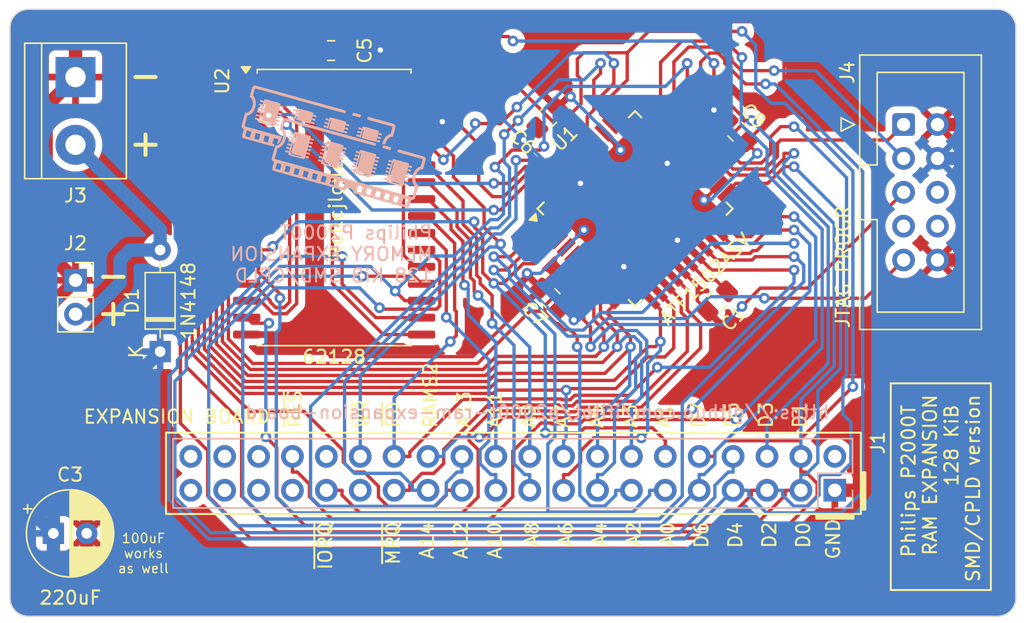
<source format=kicad_pcb>
(kicad_pcb (version 20241229) (generator "pcbnew") (generator_version "9.0")
  (title_block (title "Philips P2000T 64kb memory expansion board") (date "2024-05-20") (rev "4"))
  (layers (0 "F.Cu" signal) (2 "B.Cu" signal) (13 "F.Paste" user) (15 "B.Paste" user) (5 "F.SilkS" user "F.Silkscreen") (7 "B.SilkS" user "B.Silkscreen") (1 "F.Mask" user) (3 "B.Mask" user) (25 "Edge.Cuts" user))
  (net 0 "")
  (net 2 "D0")
  (net 3 "D1")
  (net 4 "D2")
  (net 5 "D3")
  (net 6 "D4")
  (net 7 "D5")
  (net 8 "D6")
  (net 9 "D7")
  (net 10 "A0")
  (net 11 "A1")
  (net 12 "A2")
  (net 13 "A3")
  (net 14 "A4")
  (net 15 "A5")
  (net 16 "A6")
  (net 17 "A7")
  (net 18 "A8")
  (net 19 "A9")
  (net 20 "A10")
  (net 21 "A11")
  (net 22 "A12")
  (net 23 "A13")
  (net 24 "A14")
  (net 25 "RAMS2")
  (net 26 "~{MRQ}")
  (net 27 "~{RD}")
  (net 28 "~{WR}")
  (net 29 "~{IORQ}")
  (net 30 "~{RES}")
  (net 40 "GND")
  (net 44 "+5V")
  (net 46 "TMS")
  (net 47 "~{CS1}")
  (net 49 "TDO")
  (net 50 "TCK")
  (net 51 "TDI")
  (net 53 "VCC")
  (net 54 "R0")
  (net 55 "R2")
  (net 57 "R1")
  (net 58 "R3")
  (footprint "Capacitor_SMD:C_0805_2012Metric_Pad1.18x1.45mm_HandSolder" (layer "F.Cu") (at 90.2545 66.3328 -135)
    (property "Reference" "C1")
    (property "Value" "0.1uF")
  )
  (footprint "Diode_THT:D_DO-35_SOD27_P7.62mm_Horizontal" (layer "F.Cu") (at 48.5 70.12 90)
    (property "Reference" "D1")
    (property "Value" "1N4148")
  )
  (footprint "Capacitor_SMD:C_0805_2012Metric_Pad1.18x1.45mm_HandSolder" (layer "F.Cu") (at 61.3075 47.544 180)
    (property "Reference" "C5")
    (property "Value" "0.1uF")
  )
  (footprint "Connector_IDC:IDC-Header_2x05_P2.54mm_Vertical" (layer "F.Cu") (at 104.21 53.09)
    (property "Reference" "J4")
    (property "Value" "Atmel-JTAG-10")
  )
  (footprint "Connector_PinSocket_2.54mm:PinSocket_1x02_P2.54mm_Vertical" (layer "F.Cu") (at 42.158 64.77)
    (property "Reference" "J2")
    (property "Value" "POWER")
  )
  (footprint "Capacitor_SMD:C_0805_2012Metric_Pad1.18x1.45mm_HandSolder" (layer "F.Cu") (at 77.5045 52.5828 45)
    (property "Reference" "C6")
    (property "Value" "0.1uF")
  )
  (footprint "Package_QFP:TQFP-44_10x10mm_P0.8mm" (layer "F.Cu") (at 84.0881 59.3991 45)
    (property "Reference" "U1")
    (property "Value" "ATF1502ASV")
  )
  (footprint "Package_SO:SSOP-32_11.305x20.495mm_P1.27mm" (layer "F.Cu") (at 61.54 59.315)
    (property "Reference" "U2")
    (property "Value" "62128")
  )
  (footprint "Capacitor_THT:CP_Radial_D6.3mm_P2.50mm" (layer "F.Cu") (at 40.5 83.75)
    (property "Reference" "C3")
    (property "Value" "220uF")
  )
  (footprint "Capacitor_SMD:C_0805_2012Metric_Pad1.18x1.45mm_HandSolder" (layer "F.Cu") (at 77.7545 66.1155 135)
    (property "Reference" "C7")
    (property "Value" "0.1uF")
  )
  (footprint "TerminalBlock:TerminalBlock_bornier-2_P5.08mm" (layer "F.Cu") (at 42.158 49.53 -90)
    (property "Reference" "J3")
    (property "Value" "TERMINAL")
  )
  (footprint "Capacitor_SMD:C_0805_2012Metric_Pad1.18x1.45mm_HandSolder" (layer "F.Cu") (at 91.7545 53.6155 -45)
    (property "Reference" "C8")
    (property "Value" "0.1uF")
  )
  (footprint "components:ram-stick-logo" (layer "B.Cu") (at 61.5 54.75 180)
    (property "Reference" "G***")
    (property "Value" "LOGO" (hide yes))
  )
  (footprint "Connector_PinHeader_2.54mm:PinHeader_2x20_P2.54mm_Vertical" (layer "B.Cu") (at 99.055 80.518 90)
    (property "Reference" "J1")
    (property "Value" "EXPANSION BOARD")
  )
  (gr_rect (start 97.663 82.3976) (end 100.457 82.6516) (stroke (width 0.15)) (fill yes) (layer "F.SilkS"))
  (gr_rect (start 103.25 72.5) (end 110.75 88) (stroke (width 0.15)) (fill no) (layer "F.SilkS"))
  (gr_rect (start 101.092 79.1718) (end 101.346 81.9658) (stroke (width 0.15)) (fill yes) (layer "F.SilkS"))
  (gr_rect (start 48.938 76.2) (end 101.008 82.296) (stroke (width 0.15)) (fill no) (layer "F.SilkS"))
  (gr_line (start 112.6216 88.5952) (end 112.6216 45.8216) (stroke (width 0.1)) (layer "Edge.Cuts"))
  (gr_arc (start 37.25 45.8216) (mid 37.651732 44.851732) (end 38.6216 44.45) (stroke (width 0.1)) (layer "Edge.Cuts"))
  (gr_line (start 38.6216 89.9668) (end 111.25 89.9668) (stroke (width 0.1)) (layer "Edge.Cuts"))
  (gr_arc (start 111.25 44.45) (mid 112.219868 44.851732) (end 112.6216 45.8216) (stroke (width 0.1)) (layer "Edge.Cuts"))
  (gr_arc (start 112.6216 88.5952) (mid 112.219868 89.565068) (end 111.25 89.9668) (stroke (width 0.1)) (layer "Edge.Cuts"))
  (gr_line (start 37.25 45.8216) (end 37.25 88.5952) (stroke (width 0.1)) (layer "Edge.Cuts"))
  (gr_arc (start 38.6216 89.9668) (mid 37.651732 89.565068) (end 37.25 88.5952) (stroke (width 0.1)) (layer "Edge.Cuts"))
  (gr_line (start 111.25 44.45) (end 38.6216 44.45) (stroke (width 0.1)) (layer "Edge.Cuts"))
  (gr_text "~{RD}" (at 65.956 75.946 90) (layer "F.SilkS") (effects (font (size 1 1)) (justify left)))
  (gr_text "~{WR}" (at 63.67 75.946 90) (layer "F.SilkS") (effects (font (size 1 1)) (justify left)))
  (gr_text "A6" (at 78.91 82.804 90) (layer "F.SilkS") (effects (font (size 1 1)) (justify right)))
  (gr_text "A11" (at 73.576 75.946 90) (layer "F.SilkS") (effects (font (size 1 1)) (justify left)))
  (gr_text "JTAG PROGR" (at 100.25 68.46 90) (layer "F.SilkS") (effects (font (size 1 1)) (justify left bottom)))
  (gr_text "~{IORQ}" (at 60.876 82.804 90) (layer "F.SilkS") (effects (font (size 1 1)) (justify right)))
  (gr_text "A0" (at 86.53 82.804 90) (layer "F.SilkS") (effects (font (size 1 1)) (justify right)))
  (gr_text "D1" (at 96.436 75.946 90) (layer "F.SilkS") (effects (font (size 1 1)) (justify left)))
  (gr_text "A12" (at 71.036 82.804 90) (layer "F.SilkS") (effects (font (size 1 1)) (justify right)))
  (gr_text "D6" (at 89.07 82.804 90) (layer "F.SilkS") (effects (font (size 1 1)) (justify right)))
  (gr_text "A4" (at 81.45 82.804 90) (layer "F.SilkS") (effects (font (size 1 1)) (justify right)))
  (gr_text "jlcjlcjlcjlc" (at 62.25 63.25 90) (layer "F.SilkS") (effects (font (size 1 1)) (justify left bottom)))
  (gr_text "-" (at 43.555 65.532 0) (layer "F.SilkS") (effects (font (size 2 2) (thickness 0.3)) (justify left bottom)))
  (gr_text "A3" (at 83.736 75.946 90) (layer "F.SilkS") (effects (font (size 1 1)) (justify left)))
  (gr_text "RAMS2" (at 68.75 75.946 90) (layer "F.SilkS") (effects (font (size 1 1)) (justify left)))
  (gr_text "D4" (at 91.61 82.804 90) (layer "F.SilkS") (effects (font (size 1 1)) (justify right)))
  (gr_text "+" (at 45.968 55.626 0) (layer "F.SilkS") (effects (font (size 2 2) (thickness 0.3)) (justify left bottom)))
  (gr_text "A8" (at 76.37 82.804 90) (layer "F.SilkS") (effects (font (size 1 1)) (justify right)))
  (gr_text "~{MRQ}" (at 65.956 82.804 90) (layer "F.SilkS") (effects (font (size 1 1)) (justify right)))
  (gr_text "A7" (at 78.656 75.946 90) (layer "F.SilkS") (effects (font (size 1 1)) (justify left)))
  (gr_text "D7" (at 88.816 75.946 90) (layer "F.SilkS") (effects (font (size 1 1)) (justify left)))
  (gr_text "D5" (at 91.356 75.946 90) (layer "F.SilkS") (effects (font (size 1 1)) (justify left)))
  (gr_text "~{RES}" (at 58.59 75.946 90) (layer "F.SilkS") (effects (font (size 1 1)) (justify left)))
  (gr_text "D3" (at 93.896 75.946 90) (layer "F.SilkS") (effects (font (size 1 1)) (justify left)))
  (gr_text "Philips P2000T \nRAM EXPANSION\n128 KiB \nSMD/CPLD version" (at 110 73.25 90) (layer "F.SilkS") (effects (font (size 1 1)) (justify right bottom)))
  (gr_text "A10" (at 73.576 82.804 90) (layer "F.SilkS") (effects (font (size 1 1)) (justify right)))
  (gr_text "D0" (at 96.69 82.804 90) (layer "F.SilkS") (effects (font (size 1 1)) (justify right)))
  (gr_text "A2" (at 83.99 82.804 90) (layer "F.SilkS") (effects (font (size 1 1)) (justify right)))
  (gr_text "+" (at 43.555 68.326 0) (layer "F.SilkS") (effects (font (size 2 2) (thickness 0.3)) (justify left bottom)))
  (gr_text "GND" (at 98.93 82.55 90) (layer "F.SilkS") (effects (font (size 1 1)) (justify right)))
  (gr_text "-" (at 45.968 50.546 0) (layer "F.SilkS") (effects (font (size 2 2) (thickness 0.3)) (justify left bottom)))
  (gr_text "A14" (at 68.496 82.804 90) (layer "F.SilkS") (effects (font (size 1 1)) (justify right)))
  (gr_text "A1" (at 86.276 75.946 90) (layer "F.SilkS") (effects (font (size 1 1)) (justify left)))
  (gr_text "A5" (at 81.196 75.946 90) (layer "F.SilkS") (effects (font (size 1 1)) (justify left)))
  (gr_text "A9" (at 76.116 75.946 90) (layer "F.SilkS") (effects (font (size 1 1)) (justify left)))
  (gr_text "D2" (at 94.15 82.804 90) (layer "F.SilkS") (effects (font (size 1 1)) (justify right)))
  (gr_text "100uF\nworks\nas well" (at 47.25 85.25 0) (layer "F.SilkS") (effects (font (size 0.7 0.7) (thickness 0.1))))
  (gr_text "A13" (at 71.29 75.946 90) (layer "F.SilkS") (effects (font (size 1 1)) (justify left)))
  (gr_text "https://github.com/ifilot/p2000t-ram-expansion-board" (at 98.75 75.25 -0) (layer "B.SilkS") (effects (font (size 1 1)) (justify left bottom mirror)))
  (gr_text "Philips P2000T\nMEMORY EXPANSION\n128 KiB SMD/CPLD" (at 69 65 0) (layer "B.SilkS") (effects (font (size 1 1)) (justify left bottom mirror)))
  (segment (start 53.8766 52.962) (end 50.4655 56.3731) (width 0.25) (layer "F.Cu") (net 2))
  (segment (start 90.947 58.197) (end 90.9471 58.1971) (width 0.25) (layer "F.Cu") (net 2))
  (segment (start 95.3399 80.8852) (end 95.3399 80.518) (width 0.25) (layer "F.Cu") (net 2))
  (segment (start 92.5903 83.6348) (end 95.3399 80.8852) (width 0.25) (layer "F.Cu") (net 2))
  (segment (start 56.7493 66.3066) (end 56.7493 66.4027) (width 0.25) (layer "F.Cu") (net 2))
  (segment (start 58.1995 55.1059) (end 56.0556 52.962) (width 0.25) (layer "F.Cu") (net 2))
  (segment (start 57.1741 66.8275) (end 57.7748 66.8275) (width 0.25) (layer "F.Cu") (net 2))
  (segment (start 54.605 75.4045) (end 54.605 80.9682) (width 0.25) (layer "F.Cu") (net 2))
  (segment (start 58.1995 66.4028) (end 58.1995 55.1059) (width 0.25) (layer "F.Cu") (net 2))
  (segment (start 56.7493 66.4027) (end 57.1741 66.8275) (width 0.25) (layer "F.Cu") (net 2))
  (segment (start 54.99 65.03) (end 55.4727 65.03) (width 0.25) (layer "F.Cu") (net 2))
  (segment (start 50.4655 56.3731) (end 50.4655 71.265) (width 0.25) (layer "F.Cu") (net 2))
  (segment (start 95.2756 56.25) (end 96 56.25) (width 0.25) (layer "F.Cu") (net 2))
  (segment (start 55.4727 65.03) (end 56.7493 66.3066) (width 0.25) (layer "F.Cu") (net 2))
  (segment (start 50.4655 71.265) (end 54.605 75.4045) (width 0.25) (layer "F.Cu") (net 2))
  (segment (start 57.2716 83.6348) (end 92.5903 83.6348) (width 0.25) (layer "F.Cu") (net 2))
  (segment (start 96.515 80.518) (end 95.3399 80.518) (width 0.25) (layer "F.Cu") (net 2))
  (segment (start 90.9471 58.1971) (end 91.6441 57.5) (width 0.25) (layer "F.Cu") (net 2))
  (segment (start 57.7748 66.8275) (end 58.1995 66.4028) (width 0.25) (layer "F.Cu") (net 2))
  (segment (start 56.0556 52.962) (end 53.8766 52.962) (width 0.25) (layer "F.Cu") (net 2))
  (segment (start 91.6441 57.5) (end 94.0256 57.5) (width 0.25) (layer "F.Cu") (net 2))
  (segment (start 54.605 80.9682) (end 57.2716 83.6348) (width 0.25) (layer "F.Cu") (net 2))
  (segment (start 94.0256 57.5) (end 95.2756 56.25) (width 0.25) (layer "F.Cu") (net 2))
  (via (at 96 56.25) (size 0.8) (drill 0.4) (layers "F.Cu" "B.Cu") (net 2))
  (segment (start 99.4861 59.7361) (end 99.4861 71.3671) (width 0.25) (layer "B.Cu") (net 2))
  (segment (start 96 56.25) (end 99.4861 59.7361) (width 0.25) (layer "B.Cu") (net 2))
  (segment (start 97.7849 73.0683) (end 97.7849 78.4382) (width 0.25) (layer "B.Cu") (net 2))
  (segment (start 96.8802 79.3429) (end 96.515 79.3429) (width 0.25) (layer "B.Cu") (net 2))
  (segment (start 96.515 80.518) (end 96.515 79.3429) (width 0.25) (layer "B.Cu") (net 2))
  (segment (start 97.7849 78.4382) (end 96.8802 79.3429) (width 0.25) (layer "B.Cu") (net 2))
  (segment (start 99.4861 71.3671) (end 97.7849 73.0683) (width 0.25) (layer "B.Cu") (net 2))
  (segment (start 94.5874 84.1081) (end 97.7306 80.9649) (width 0.25) (layer "F.Cu") (net 3))
  (segment (start 57.9613 67.2776) (end 58.7323 66.5066) (width 0.25) (layer "F.Cu") (net 3))
  (segment (start 97.7306 80.0015) (end 96.8822 79.1531) (width 0.25) (layer "F.Cu") (net 3))
  (segment (start 50.0154 54.282) (end 50.0154 75.4884) (width 0.25) (layer "F.Cu") (net 3))
  (segment (start 95.25 55.6378) (end 95.25 55.25) (width 0.25) (layer "F.Cu") (net 3))
  (segment (start 56.9876 67.2776) (end 57.9613 67.2776) (width 0.25) (layer "F.Cu") (net 3))
  (segment (start 52.065 77.538) (end 52.065 80.9189) (width 0.25) (layer "F.Cu") (net 3))
  (segment (start 97.7306 80.9649) (end 97.7306 80.0015) (width 0.25) (layer "F.Cu") (net 3))
  (segment (start 96.8822 79.1531) (end 96.515 79.1531) (width 0.25) (layer "F.Cu") (net 3))
  (segment (start 52.065 80.9189) (end 55.2542 84.1081) (width 0.25) (layer "F.Cu") (net 3))
  (segment (start 95.25 55.25) (end 96 55.25) (width 0.25) (layer "F.Cu") (net 3))
  (segment (start 90.0985 56.7828) (end 89.8157 57.0656) (width 0.25) (layer "F.Cu") (net 3))
  (segment (start 58.7323 66.5066) (end 58.7323 52.7302) (width 0.25) (layer "F.Cu") (net 3))
  (segment (start 53.8724 50.425) (end 50.0154 54.282) (width 0.25) (layer "F.Cu") (net 3))
  (segment (start 89.8157 57.0657) (end 90.0986 56.7828) (width 0.25) (layer "F.Cu") (net 3))
  (segment (start 56.01 66.3) (end 56.9876 67.2776) (width 0.25) (layer "F.Cu") (net 3))
  (segment (start 90.0986 56.7828) (end 90.3814 56.5) (width 0.25) (layer "F.Cu") (net 3))
  (segment (start 91.2402 56.878) (end 94.0098 56.878) (width 0.25) (layer "F.Cu") (net 3))
  (segment (start 90.0986 56.7828) (end 90.0985 56.7828) (width 0.25) (layer "F.Cu") (net 3))
  (segment (start 56.4271 50.425) (end 53.8724 50.425) (width 0.25) (layer "F.Cu") (net 3))
  (segment (start 90.8622 56.5) (end 91.2402 56.878) (width 0.25) (layer "F.Cu") (net 3))
  (segment (start 55.2542 84.1081) (end 94.5874 84.1081) (width 0.25) (layer "F.Cu") (net 3))
  (segment (start 96.515 77.978) (end 96.515 79.1531) (width 0.25) (layer "F.Cu") (net 3))
  (segment (start 94.0098 56.878) (end 95.25 55.6378) (width 0.25) (layer "F.Cu") (net 3))
  (segment (start 90.3814 56.5) (end 90.8622 56.5) (width 0.25) (layer "F.Cu") (net 3))
  (segment (start 50.0154 75.4884) (end 52.065 77.538) (width 0.25) (layer "F.Cu") (net 3))
  (segment (start 54.99 66.3) (end 56.01 66.3) (width 0.25) (layer "F.Cu") (net 3))
  (segment (start 58.7323 52.7302) (end 56.4271 50.425) (width 0.25) (layer "F.Cu") (net 3))
  (via (at 96 55.25) (size 0.8) (drill 0.4) (layers "F.Cu" "B.Cu") (net 3))
  (segment (start 96 55.25) (end 95.9387 55.25) (width 0.25) (layer "B.Cu") (net 3))
  (segment (start 95.2348 56.758) (end 99.0093 60.5325) (width 0.25) (layer "B.Cu") (net 3))
  (segment (start 95.2348 55.9539) (end 95.2348 56.758) (width 0.25) (layer "B.Cu") (net 3))
  (segment (start 99.0093 60.5325) (end 99.0093 71.2073) (width 0.25) (layer "B.Cu") (net 3))
  (segment (start 99.0093 71.2073) (end 96.515 73.7016) (width 0.25) (layer "B.Cu") (net 3))
  (segment (start 96.515 73.7016) (end 96.515 77.978) (width 0.25) (layer "B.Cu") (net 3))
  (segment (start 95.9387 55.25) (end 95.2348 55.9539) (width 0.25) (layer "B.Cu") (net 3))
  (segment (start 91.976 55.976) (end 93.5507 55.976) (width 0.25) (layer "F.Cu") (net 4))
  (segment (start 89.8686 54.75) (end 90.75 54.75) (width 0.25) (layer "F.Cu") (net 4))
  (segment (start 95 53.25) (end 96 53.25) (width 0.25) (layer "F.Cu") (net 4))
  (segment (start 90.5387 83.1464) (end 92.7999 80.8852) (width 0.25) (layer "F.Cu") (net 4))
  (segment (start 57.2398 81.0578) (end 59.3284 83.1464) (width 0.25) (layer "F.Cu") (net 4))
  (segment (start 92.7999 80.8852) (end 92.7999 80.518) (width 0.25) (layer "F.Cu") (net 4))
  (segment (start 93.5507 55.976) (end 94.25 55.2767) (width 0.25) (layer "F.Cu") (net 4))
  (segment (start 55.4056 67.9856) (end 56.6476 67.9856) (width 0.25) (layer "F.Cu") (net 4))
  (segment (start 57.2398 77.3338) (end 57.2398 81.0578) (width 0.25) (layer "F.Cu") (net 4))
  (segment (start 56.4217 76.5157) (end 57.2398 77.3338) (width 0.25) (layer "F.Cu") (net 4))
  (segment (start 88.6843 55.9343) (end 89.8686 54.75) (width 0.25) (layer "F.Cu") (net 4))
  (segment (start 90.75 54.75) (end 91.976 55.976) (width 0.25) (layer "F.Cu") (net 4))
  (segment (start 94.25 54) (end 95 53.25) (width 0.25) (layer "F.Cu") (net 4))
  (segment (start 59.3284 83.1464) (end 90.5387 83.1464) (width 0.25) (layer "F.Cu") (net 4))
  (segment (start 94.25 55.2767) (end 94.25 54) (width 0.25) (layer "F.Cu") (net 4))
  (segment (start 93.975 80.518) (end 92.7999 80.518) (width 0.25) (layer "F.Cu") (net 4))
  (segment (start 54.99 67.57) (end 55.4056 67.9856) (width 0.25) (layer "F.Cu") (net 4))
  (via (at 96 53.25) (size 0.8) (drill 0.4) (layers "F.Cu" "B.Cu") (net 4))
  (via (at 56.6476 67.9856) (size 0.8) (drill 0.4) (layers "F.Cu" "B.Cu") (net 4))
  (via (at 56.4217 76.5157) (size 0.8) (drill 0.4) (layers "F.Cu" "B.Cu") (net 4))
  (segment (start 99.9363 71.8717) (end 99.66 72.148) (width 0.25) (layer "B.Cu") (net 4))
  (segment (start 97.8798 80.8705) (end 97.0425 81.7078) (width 0.25) (layer "B.Cu") (net 4))
  (segment (start 99.9363 57.0748) (end 99.9363 71.8717) (width 0.25) (layer "B.Cu") (net 4))
  (segment (start 100.2609 78.4958) (end 99.4138 79.3429) (width 0.25) (layer "B.Cu") (net 4))
  (segment (start 96 53.25) (end 96.1115 53.25) (width 0.25) (layer "B.Cu") (net 4))
  (segment (start 99.66 72.148) (end 99.66 74.8177) (width 0.25) (layer "B.Cu") (net 4))
  (segment (start 100.2609 75.4186) (end 100.2609 78.4958) (width 0.25) (layer "B.Cu") (net 4))
  (segment (start 56.4217 68.2115) (end 56.4217 76.5157) (width 0.25) (layer "B.Cu") (net 4))
  (segment (start 98.0704 79.3429) (end 97.8798 79.5335) (width 0.25) (layer "B.Cu") (net 4))
  (segment (start 93.975 80.518) (end 95.1501 80.518) (width 0.25) (layer "B.Cu") (net 4))
  (segment (start 95.9746 81.7078) (end 95.1501 80.8833) (width 0.25) (layer "B.Cu") (net 4))
  (segment (start 97.0425 81.7078) (end 95.9746 81.7078) (width 0.25) (layer "B.Cu") (net 4))
  (segment (start 99.66 74.8177) (end 100.2609 75.4186) (width 0.25) (layer "B.Cu") (net 4))
  (segment (start 97.8798 79.5335) (end 97.8798 80.8705) (width 0.25) (layer "B.Cu") (net 4))
  (segment (start 56.6476 67.9856) (end 56.4217 68.2115) (width 0.25) (layer "B.Cu") (net 4))
  (segment (start 96.1115 53.25) (end 99.9363 57.0748) (width 0.25) (layer "B.Cu") (net 4))
  (segment (start 95.1501 80.8833) (end 95.1501 80.518) (width 0.25) (layer "B.Cu") (net 4))
  (segment (start 99.4138 79.3429) (end 98.0704 79.3429) (width 0.25) (layer "B.Cu") (net 4))
  (segment (start 61.4078 65.0205) (end 65.2273 68.84) (width 0.25) (layer "F.Cu") (net 5))
  (segment (start 74.9363 46.8295) (end 74.5974 46.4906) (width 0.25) (layer "F.Cu") (net 5))
  (segment (start 61.6872 46.4906) (end 61.4078 46.77) (width 0.25) (layer "F.Cu") (net 5))
  (segment (start 91.1573 54.0373) (end 92.1763 53.0184) (width 0.25) (layer "F.Cu") (net 5))
  (segment (start 74.5974 46.4906) (end 61.6872 46.4906) (width 0.25) (layer "F.Cu") (net 5))
  (segment (start 92.1763 52.551) (end 90 50.3747) (width 0.25) (layer "F.Cu") (net 5))
  (segment (start 65.2273 68.84) (end 68.09 68.84) (width 0.25) (layer "F.Cu") (net 5))
  (segment (start 88.1186 55.3686) (end 89.4499 54.0373) (width 0.25) (layer "F.Cu") (net 5))
  (segment (start 92.1763 52.7847) (end 92.8042 52.7847) (width 0.25) (layer "F.Cu") (net 5))
  (segment (start 92.1763 52.7847) (end 92.1763 52.551) (width 0.25) (layer "F.Cu") (net 5))
  (segment (start 61.4078 46.77) (end 61.4078 65.0205) (width 0.25) (layer "F.Cu") (net 5))
  (segment (start 90 50.3747) (end 90 48.5) (width 0.25) (layer "F.Cu") (net 5))
  (segment (start 92.1763 53.0184) (end 92.1763 52.7847) (width 0.25) (layer "F.Cu") (net 5))
  (segment (start 89.4499 54.0373) (end 91.1573 54.0373) (width 0.25) (layer "F.Cu") (net 5))
  (via (at 74.9363 46.8295) (size 0.8) (drill 0.4) (layers "F.Cu" "B.Cu") (net 5))
  (via (at 90 48.5) (size 0.8) (drill 0.4) (layers "F.Cu" "B.Cu") (net 5))
  (via (at 92.8042 52.7847) (size 0.8) (drill 0.4) (layers "F.Cu" "B.Cu") (net 5))
  (segment (start 98.5591 60.7649) (end 98.5591 71.0209) (width 0.25) (layer "B.Cu") (net 5))
  (segment (start 88.3552 46.8295) (end 74.9363 46.8295) (width 0.25) (layer "B.Cu") (net 5))
  (segment (start 98.5591 71.0209) (end 93.975 75.605) (width 0.25) (layer "B.Cu") (net 5))
  (segment (start 90 48.5) (end 90 48.4743) (width 0.25) (layer "B.Cu") (net 5))
  (segment (start 93.975 77.978) (end 93.975 76.8029) (width 0.25) (layer "B.Cu") (net 5))
  (segment (start 90 48.4743) (end 88.3552 46.8295) (width 0.25) (layer "B.Cu") (net 5))
  (segment (start 93.975 75.605) (end 93.975 76.8029) (width 0.25) (layer "B.Cu") (net 5))
  (segment (start 92.8042 52.7847) (end 94.5064 54.4869) (width 0.25) (layer "B.Cu") (net 5))
  (segment (start 94.5064 54.4869) (end 94.5064 56.7122) (width 0.25) (layer "B.Cu") (net 5))
  (segment (start 94.5064 56.7122) (end 98.5591 60.7649) (width 0.25) (layer "B.Cu") (net 5))
  (segment (start 89 52.2245) (end 89 48.5) (width 0.25) (layer "F.Cu") (net 6))
  (segment (start 89 48.4092) (end 89.6799 47.7293) (width 0.25) (layer "F.Cu") (net 6))
  (segment (start 87.9937 53.2309) (end 89 52.2245) (width 0.25) (layer "F.Cu") (net 6))
  (segment (start 90.3136 47.7293) (end 90.8087 48.2244) (width 0.25) (layer "F.Cu") (net 6))
  (segment (start 87.9937 53.2309) (end 87.9935 53.2309) (width 0.25) (layer "F.Cu") (net 6))
  (segment (start 86.9873 54.2373) (end 87.9937 53.2309) (width 0.25) (layer "F.Cu") (net 6))
  (segment (start 87.9935 53.2309) (end 86.9872 54.2372) (width 0.25) (layer "F.Cu") (net 6))
  (segment (start 89.6799 47.7293) (end 90.3136 47.7293) (width 0.25) (layer "F.Cu") (net 6))
  (segment (start 89 48.5) (end 89 48.4092) (width 0.25) (layer "F.Cu") (net 6))
  (segment (start 62.1331 65.0493) (end 62.1331 62.9783) (width 0.25) (layer "F.Cu") (net 6))
  (segment (start 90.8087 48.4966) (end 92.3579 50.0458) (width 0.25) (layer "F.Cu") (net 6))
  (segment (start 90.8087 48.2244) (end 90.8087 48.4966) (width 0.25) (layer "F.Cu") (net 6))
  (segment (start 64.6538 67.57) (end 62.1331 65.0493) (width 0.25) (layer "F.Cu") (net 6))
  (segment (start 68.09 67.57) (end 64.6538 67.57) (width 0.25) (layer "F.Cu") (net 6))
  (segment (start 92.3579 50.0458) (end 93.8601 50.0458) (width 0.25) (layer "F.Cu") (net 6))
  (via (at 62.1331 62.9783) (size 0.8) (drill 0.4) (layers "F.Cu" "B.Cu") (net 6))
  (via (at 93.8601 50.0458) (size 0.8) (drill 0.4) (layers "F.Cu" "B.Cu") (net 6))
  (segment (start 92.6101 80.8833) (end 92.6101 80.518) (width 0.25) (layer "B.Cu") (net 6))
  (segment (start 49.153 71.9385) (end 49.7958 71.2957) (width 0.25) (layer "B.Cu") (net 6))
  (segment (start 101.1444 56.6203) (end 101.1444 80.6275) (width 0.25) (layer "B.Cu") (net 6))
  (segment (start 91.435 80.518) (end 92.6101 80.518) (width 0.25) (layer "B.Cu") (net 6))
  (segment (start 93.9406 82.2138) (end 92.6101 80.8833) (width 0.25) (layer "B.Cu") (net 6))
  (segment (start 49.153 81.2055) (end 49.153 71.9385) (width 0.25) (layer "B.Cu") (net 6))
  (segment (start 93.8601 50.0458) (end 94.5699 50.0458) (width 0.25) (layer "B.Cu") (net 6))
  (segment (start 99.5581 82.2138) (end 93.9406 82.2138) (width 0.25) (layer "B.Cu") (net 6))
  (segment (start 101.1444 80.6275) (end 99.5581 82.2138) (width 0.25) (layer "B.Cu") (net 6))
  (segment (start 94.5699 50.0458) (end 101.1444 56.6203) (width 0.25) (layer "B.Cu") (net 6))
  (segment (start 87.7913 84.1617) (end 52.1092 84.1617) (width 0.25) (layer "B.Cu") (net 6))
  (segment (start 57.578 62.9783) (end 62.1331 62.9783) (width 0.25) (layer "B.Cu") (net 6))
  (segment (start 49.7958 70.7605) (end 57.578 62.9783) (width 0.25) (layer "B.Cu") (net 6))
  (segment (start 52.1092 84.1617) (end 49.153 81.2055) (width 0.25) (layer "B.Cu") (net 6))
  (segment (start 91.435 80.518) (end 87.7913 84.1617) (width 0.25) (layer "B.Cu") (net 6))
  (segment (start 49.7958 71.2957) (end 49.7958 70.7605) (width 0.25) (layer "B.Cu") (net 6))
  (segment (start 77.2661 54.724) (end 76.9858 55.0043) (width 0.25) (layer "F.Cu") (net 7))
  (segment (start 66.8359 66.3) (end 68.09 66.3) (width 0.25) (layer "F.Cu") (net 7))
  (segment (start 88 52.0931) (end 88 48.5) (width 0.25) (layer "F.Cu") (net 7))
  (segment (start 66.114 65.5781) (end 66.8359 66.3) (width 0.25) (layer "F.Cu") (net 7))
  (segment (start 86.4216 53.6716) (end 86.4216 53.6715) (width 0.25) (layer "F.Cu") (net 7))
  (segment (start 76.9858 55.0043) (end 74.8615 55.0043) (width 0.25) (layer "F.Cu") (net 7))
  (segment (start 74.8615 55.0043) (end 73.5884 56.2774) (width 0.25) (layer "F.Cu") (net 7))
  (segment (start 86.4216 53.6715) (end 88 52.0931) (width 0.25) (layer "F.Cu") (net 7))
  (via (at 77.2661 54.724) (size 0.8) (drill 0.4) (layers "F.Cu" "B.Cu") (net 7))
  (via (at 73.5884 56.2774) (size 0.8) (drill 0.4) (layers "F.Cu" "B.Cu") (net 7))
  (via (at 66.114 65.5781) (size 0.8) (drill 0.4) (layers "F.Cu" "B.Cu") (net 7))
  (via (at 88 48.5) (size 0.8) (drill 0.4) (layers "F.Cu" "B.Cu") (net 7))
  (segment (start 87.4081 83.6943) (end 90.0702 81.0322) (width 0.25) (layer "B.Cu") (net 7))
  (segment (start 70.5206 62.9477) (end 68.7444 62.9477) (width 0.25) (layer "B.Cu") (net 7))
  (segment (start 91.435 77.978) (end 91.435 79.1531) (width 0.25) (layer "B.Cu") (net 7))
  (segment (start 64.2648 63.7289) (end 57.4672 63.7289) (width 0.25) (layer "B.Cu") (net 7))
  (segment (start 77.2661 51.9468) (end 77.2661 54.724) (width 0.25) (layer "B.Cu") (net 7))
  (segment (start 49.6032 81.019) (end 52.2785 83.6943) (width 0.25) (layer "B.Cu") (net 7))
  (segment (start 74.2278 59.7977) (end 73.8003 60.2252) (width 0.25) (layer "B.Cu") (net 7))
  (segment (start 74.2278 56.9168) (end 74.2278 59.7977) (width 0.25) (layer "B.Cu") (net 7))
  (segment (start 50.4709 70.7252) (end 50.4709 71.4821) (width 0.25) (layer "B.Cu") (net 7))
  (segment (start 86.3625 50.2283) (end 78.9846 50.2283) (width 0.25) (layer "B.Cu") (net 7))
  (segment (start 73.5884 56.2774) (end 74.2278 56.9168) (width 0.25) (layer "B.Cu") (net 7))
  (segment (start 90.0702 81.0322) (end 90.0702 80.1526) (width 0.25) (layer "B.Cu") (net 7))
  (segment (start 73.2431 60.2252) (end 70.5206 62.9477) (width 0.25) (layer "B.Cu") (net 7))
  (segment (start 66.114 65.5781) (end 64.2648 63.7289) (width 0.25) (layer "B.Cu") (net 7))
  (segment (start 78.9846 50.2283) (end 77.2661 51.9468) (width 0.25) (layer "B.Cu") (net 7))
  (segment (start 88 48.5) (end 88 48.5908) (width 0.25) (layer "B.Cu") (net 7))
  (segment (start 52.2785 83.6943) (end 87.4081 83.6943) (width 0.25) (layer "B.Cu") (net 7))
  (segment (start 90.0702 80.1526) (end 91.0697 79.1531) (width 0.25) (layer "B.Cu") (net 7))
  (segment (start 49.6032 72.3498) (end 49.6032 81.019) (width 0.25) (layer "B.Cu") (net 7))
  (segment (start 50.4709 71.4821) (end 49.6032 72.3498) (width 0.25) (layer "B.Cu") (net 7))
  (segment (start 73.8003 60.2252) (end 73.2431 60.2252) (width 0.25) (layer "B.Cu") (net 7))
  (segment (start 88 48.5908) (end 86.3625 50.2283) (width 0.25) (layer "B.Cu") (net 7))
  (segment (start 68.7444 62.9477) (end 66.114 65.5781) (width 0.25) (layer "B.Cu") (net 7))
  (segment (start 91.0697 79.1531) (end 91.435 79.1531) (width 0.25) (layer "B.Cu") (net 7))
  (segment (start 57.4672 63.7289) (end 50.4709 70.7252) (width 0.25) (layer "B.Cu") (net 7))
  (segment (start 85.2902 52.5402) (end 86 51.8304) (width 0.25) (layer "F.Cu") (net 8))
  (segment (start 86 48.5) (end 86 48.4248) (width 0.25) (layer "F.Cu") (net 8))
  (segment (start 87.5959 46.8289) (end 90.8659 46.8289) (width 0.25) (layer "F.Cu") (net 8))
  (segment (start 86 48.4248) (end 87.5959 46.8289) (width 0.25) (layer "F.Cu") (net 8))
  (segment (start 63.6594 64.4647) (end 67.5247 64.4647) (width 0.25) (layer "F.Cu") (net 8))
  (segment (start 86 51.8304) (end 86 48.5) (width 0.25) (layer "F.Cu") (net 8))
  (segment (start 67.5247 64.4647) (end 68.09 65.03) (width 0.25) (layer "F.Cu") (net 8))
  (segment (start 90.8659 46.8289) (end 92.0966 48.0596) (width 0.25) (layer "F.Cu") (net 8))
  (via (at 63.6594 64.4647) (size 0.8) (drill 0.4) (layers "F.Cu" "B.Cu") (net 8))
  (via (at 92.0966 48.0596) (size 0.8) (drill 0.4) (layers "F.Cu" "B.Cu") (net 8))
  (segment (start 92.8 53.858) (end 92.0453 53.1033) (width 0.25) (layer "B.Cu") (net 8))
  (segment (start 63.6594 64.4647) (end 57.3798 64.4647) (width 0.25) (layer "B.Cu") (net 8))
  (segment (start 90.0701 77.6233) (end 91.7513 75.9421) (width 0.25) (layer "B.Cu") (net 8))
  (segment (start 91.978 75.9421) (end 98.1089 69.8112) (width 0.25) (layer "B.Cu") (net 8))
  (segment (start 88.895 80.2586) (end 88.895 79.3429) (width 0.25) (layer "B.Cu") (net 8))
  (segment (start 52.1411 81.0605) (end 54.2553 83.1747) (width 0.25) (layer "B.Cu") (net 8))
  (segment (start 54.2553 83.1747) (end 86.0382 83.1747) (width 0.25) (layer "B.Cu") (net 8))
  (segment (start 93.9805 56.823) (end 93.9805 54.9283) (width 0.25) (layer "B.Cu") (net 8))
  (segment (start 88.895 80.518) (end 88.895 80.2586) (width 0.25) (layer "B.Cu") (net 8))
  (segment (start 93.9805 54.9283) (end 92.9102 53.858) (width 0.25) (layer "B.Cu") (net 8))
  (segment (start 92.0453 48.1109) (end 92.0966 48.0596) (width 0.25) (layer "B.Cu") (net 8))
  (segment (start 92.9102 53.858) (end 92.8 53.858) (width 0.25) (layer "B.Cu") (net 8))
  (segment (start 98.1089 69.8112) (end 98.1089 60.9514) (width 0.25) (layer "B.Cu") (net 8))
  (segment (start 88.895 80.3179) (end 88.895 80.2586) (width 0.25) (layer "B.Cu") (net 8))
  (segment (start 92.0453 53.1033) (end 92.0453 48.1109) (width 0.25) (layer "B.Cu") (net 8))
  (segment (start 86.0382 83.1747) (end 88.895 80.3179) (width 0.25) (layer "B.Cu") (net 8))
  (segment (start 90.0701 78.5351) (end 90.0701 77.6233) (width 0.25) (layer "B.Cu") (net 8))
  (segment (start 91.7513 75.9421) (end 91.978 75.9421) (width 0.25) (layer "B.Cu") (net 8))
  (segment (start 98.1089 60.9514) (end 93.9805 56.823) (width 0.25) (layer "B.Cu") (net 8))
  (segment (start 57.3798 64.4647) (end 52.1411 69.7034) (width 0.25) (layer "B.Cu") (net 8))
  (segment (start 88.895 79.3429) (end 89.2623 79.3429) (width 0.25) (layer "B.Cu") (net 8))
  (segment (start 89.2623 79.3429) (end 90.0701 78.5351) (width 0.25) (layer "B.Cu") (net 8))
  (segment (start 52.1411 69.7034) (end 52.1411 81.0605) (width 0.25) (layer "B.Cu") (net 8))
  (segment (start 79.7621 48.1765) (end 79.7621 49.4118) (width 0.25) (layer "F.Cu") (net 9))
  (segment (start 79.7621 49.4118) (end 80.0371 49.6868) (width 0.25) (layer "F.Cu") (net 9))
  (segment (start 75.4721 50.425) (end 66.9951 50.425) (width 0.25) (layer "F.Cu") (net 9))
  (segment (start 78.5231 53.0508) (end 78.0979 53.0508) (width 0.25) (layer "F.Cu") (net 9))
  (segment (start 83.5 49.75) (end 83.5 48.5) (width 0.25) (layer "F.Cu") (net 9))
  (segment (start 78.0979 53.0508) (end 75.4721 50.425) (width 0.25) (layer "F.Cu") (net 9))
  (segment (start 80.2327 47.7059) (end 79.7621 48.1765) (width 0.25) (layer "F.Cu") (net 9))
  (segment (start 66.7285 62.8638) (end 67.6247 63.76) (width 0.25) (layer "F.Cu") (net 9))
  (segment (start 83.5 48.5) (end 83.5 47.7059) (width 0.25) (layer "F.Cu") (net 9))
  (segment (start 66.9951 50.425) (end 66.7285 50.6916) (width 0.25) (layer "F.Cu") (net 9))
  (segment (start 80.0371 49.6868) (end 80.0371 51.5368) (width 0.25) (layer "F.Cu") (net 9))
  (segment (start 85.104 46.1019) (end 92.105 46.1019) (width 0.25) (layer "F.Cu") (net 9))
  (segment (start 83.5 47.7059) (end 85.104 46.1019) (width 0.25) (layer "F.Cu") (net 9))
  (segment (start 96.3489 76.8029) (end 100.4107 72.7411) (width 0.25) (layer "F.Cu") (net 9))
  (segment (start 82.886 52.5402) (end 82 51.6542) (width 0.25) (layer "F.Cu") (net 9))
  (segment (start 80.0371 51.5368) (end 78.5231 53.0508) (width 0.25) (layer "F.Cu") (net 9))
  (segment (start 90.0701 77.6107) (end 90.8779 76.8029) (width 0.25) (layer "F.Cu") (net 9))
  (segment (start 82 51.25) (end 83.5 49.75) (width 0.25) (layer "F.Cu") (net 9))
  (segment (start 66.7285 50.6916) (end 66.7285 62.8638) (width 0.25) (layer "F.Cu") (net 9))
  (segment (start 82 51.6542) (end 82 51.25) (width 0.25) (layer "F.Cu") (net 9))
  (segment (start 90.0701 77.978) (end 90.0701 77.6107) (width 0.25) (layer "F.Cu") (net 9))
  (segment (start 67.6247 63.76) (end 68.09 63.76) (width 0.25) (layer "F.Cu") (net 9))
  (segment (start 88.895 77.978) (end 90.0701 77.978) (width 0.25) (layer "F.Cu") (net 9))
  (segment (start 90.8779 76.8029) (end 96.3489 76.8029) (width 0.25) (layer "F.Cu") (net 9))
  (segment (start 83.5 47.7059) (end 80.2327 47.7059) (width 0.25) (layer "F.Cu") (net 9))
  (via (at 100.4107 72.7411) (size 0.8) (drill 0.4) (layers "F.Cu" "B.Cu") (net 9))
  (via (at 92.105 46.1019) (size 0.8) (drill 0.4) (layers "F.Cu" "B.Cu") (net 9))
  (segment (start 93.135 50.3461) (end 94.2822 51.4933) (width 0.25) (layer "B.Cu") (net 9))
  (segment (start 94.2822 51.4933) (end 95.3262 51.4933) (width 0.25) (layer "B.Cu") (net 9))
  (segment (start 95.3262 51.4933) (end 100.4107 56.5778) (width 0.25) (layer "B.Cu") (net 9))
  (segment (start 100.4107 56.5778) (end 100.4107 72.7411) (width 0.25) (layer "B.Cu") (net 9))
  (segment (start 93.135 47.1319) (end 93.135 50.3461) (width 0.25) (layer "B.Cu") (net 9))
  (segment (start 92.105 46.1019) (end 93.135 47.1319) (width 0.25) (layer "B.Cu") (net 9))
  (segment (start 77.7948 61.167) (end 77.7948 61.1669) (width 0.25) (layer "F.Cu") (net 10))
  (segment (start 75.875 62.625) (end 74.5 64) (width 0.25) (layer "F.Cu") (net 10))
  (segment (start 57.4744 66.1024) (end 57.4744 65.7863) (width 0.25) (layer "F.Cu") (net 10))
  (segment (start 76.3368 62.625) (end 75.875 62.625) (width 0.25) (layer "F.Cu") (net 10))
  (segment (start 55.4481 63.76) (end 54.99 63.76) (width 0.25) (layer "F.Cu") (net 10))
  (segment (start 77.7948 61.167) (end 76.3368 62.625) (width 0.25) (layer "F.Cu") (net 10))
  (segment (start 77.7949 61.1669) (end 77.7948 61.167) (width 0.25) (layer "F.Cu") (net 10))
  (segment (start 57.4744 65.7863) (end 55.4481 63.76) (width 0.25) (layer "F.Cu") (net 10))
  (segment (start 74.5 64) (end 73.5 64) (width 0.25) (layer "F.Cu") (net 10))
  (via (at 57.4744 66.1024) (size 0.8) (drill 0.4) (layers "F.Cu" "B.Cu") (net 10))
  (via (at 73.5 64) (size 0.8) (drill 0.4) (layers "F.Cu" "B.Cu") (net 10))
  (segment (start 57.2034 68.6894) (end 57.4744 68.4184) (width 0.25) (layer "B.Cu") (net 10))
  (segment (start 58.4465 82.2131) (end 57.2034 80.97) (width 0.25) (layer "B.Cu") (net 10))
  (segment (start 85.1799 80.518) (end 85.1799 80.8852) (width 0.25) (layer "B.Cu") (net 10))
  (segment (start 73.5254 64) (end 73.5 64) (width 0.25) (layer "B.Cu") (net 10))
  (segment (start 77.555 77.0397) (end 78.0833 76.5114) (width 0.25) (layer "B.Cu") (net 10))
  (segment (start 83.9129 82.1522) (end 77.555 82.1522) (width 0.25) (layer "B.Cu") (net 10))
  (segment (start 57.4744 68.4184) (end 57.4744 66.1024) (width 0.25) (layer "B.Cu") (net 10))
  (segment (start 74.2251 64.9447) (end 74.2251 64.6997) (width 0.25) (layer "B.Cu") (net 10))
  (segment (start 74.2251 64.6997) (end 73.5254 64) (width 0.25) (layer "B.Cu") (net 10))
  (segment (start 57.2034 80.97) (end 57.2034 68.6894) (width 0.25) (layer "B.Cu") (net 10))
  (segment (start 78.0833 76.5114) (end 78.0833 68.8029) (width 0.25) (layer "B.Cu") (net 10))
  (segment (start 86.355 80.518) (end 85.1799 80.518) (width 0.25) (layer "B.Cu") (net 10))
  (segment (start 77.555 82.1522) (end 77.4941 82.2131) (width 0.25) (layer "B.Cu") (net 10))
  (segment (start 77.4941 82.2131) (end 58.4465 82.2131) (width 0.25) (layer "B.Cu") (net 10))
  (segment (start 78.0833 68.8029) (end 74.2251 64.9447) (width 0.25) (layer "B.Cu") (net 10))
  (segment (start 77.555 82.1522) (end 77.555 77.0397) (width 0.25) (layer "B.Cu") (net 10))
  (segment (start 85.1799 80.8852) (end 83.9129 82.1522) (width 0.25) (layer "B.Cu") (net 10))
  (segment (start 73.5 65) (end 73.4687 65) (width 0.25) (layer "F.Cu") (net 11))
  (segment (start 76.5691 63.524) (end 75.6993 63.524) (width 0.25) (layer "F.Cu") (net 11))
  (segment (start 80.2972 75.8382) (end 85.3903 75.8382) (width 0.25) (layer "F.Cu") (net 11))
  (segment (start 74.2233 65) (end 73.5 65) (width 0.25) (layer "F.Cu") (net 11))
  (segment (start 78.3605 61.7326) (end 76.5691 63.524) (width 0.25) (layer "F.Cu") (net 11))
  (segment (start 77.3582 76.211) (end 79.9244 76.211) (width 0.25) (layer "F.Cu") (net 11))
  (segment (start 78.3606 61.7326) (end 78.3605 61.7326) (width 0.25) (layer "F.Cu") (net 11))
  (segment (start 72.6713 64.2026) (end 72.6713 61.4114) (width 0.25) (layer "F.Cu") (net 11))
  (segment (start 75.4866 63.7366) (end 74.2233 65) (width 0.25) (layer "F.Cu") (net 11))
  (segment (start 56.6789 62.49) (end 56.9484 62.2205) (width 0.25) (layer "F.Cu") (net 11))
  (segment (start 86.355 77.978) (end 86.355 76.8029) (width 0.25) (layer "F.Cu") (net 11))
  (segment (start 75.6993 63.524) (end 75.4866 63.7366) (width 0.25) (layer "F.Cu") (net 11))
  (segment (start 79.9244 76.211) (end 80.2972 75.8382) (width 0.25) (layer "F.Cu") (net 11))
  (segment (start 54.99 62.49) (end 56.6789 62.49) (width 0.25) (layer "F.Cu") (net 11))
  (segment (start 73.4687 65) (end 72.6713 64.2026) (width 0.25) (layer "F.Cu") (net 11))
  (segment (start 72.0261 60.7662) (end 72.0261 60.3772) (width 0.25) (layer "F.Cu") (net 11))
  (segment (start 85.3903 75.8382) (end 86.355 76.8029) (width 0.25) (layer "F.Cu") (net 11))
  (segment (start 72.6713 61.4114) (end 72.0261 60.7662) (width 0.25) (layer "F.Cu") (net 11))
  (via (at 73.5 65) (size 0.8) (drill 0.4) (layers "F.Cu" "B.Cu") (net 11))
  (via (at 77.3582 76.211) (size 0.8) (drill 0.4) (layers "F.Cu" "B.Cu") (net 11))
  (via (at 72.0261 60.3772) (size 0.8) (drill 0.4) (layers "F.Cu" "B.Cu") (net 11))
  (via (at 56.9484 62.2205) (size 0.8) (drill 0.4) (layers "F.Cu" "B.Cu") (net 11))
  (segment (start 73.5 65) (end 77.3582 68.8582) (width 0.25) (layer "B.Cu") (net 11))
  (segment (start 72.0261 60.3772) (end 58.7917 60.3772) (width 0.25) (layer "B.Cu") (net 11))
  (segment (start 58.7917 60.3772) (end 56.9484 62.2205) (width 0.25) (layer "B.Cu") (net 11))
  (segment (start 77.3582 68.8582) (end 77.3582 76.211) (width 0.25) (layer "B.Cu") (net 11))
  (segment (start 80.0576 63.4296) (end 80.0576 63.4424) (width 0.25) (layer "F.Cu") (net 12))
  (segment (start 72.2915 71.0038) (end 55.4382 71.0038) (width 0.25) (layer "F.Cu") (net 12))
  (segment (start 79.226 68.476) (end 79.75 69) (width 0.25) (layer "F.Cu") (net 12))
  (segment (start 77.3327 66.7127) (end 77.3327 67.0935) (width 0.25) (layer "F.Cu") (net 12))
  (segment (start 77.3327 67.0935) (end 77.3327 67.1801) (width 0.25) (layer "F.Cu") (net 12))
  (segment (start 53.6162 62.0892) (end 54.4854 61.22) (width 0.25) (layer "F.Cu") (net 12))
  (segment (start 80.0576 63.4424) (end 78.75 64.75) (width 0.25) (layer "F.Cu") (net 12))
  (segment (start 78.75 65.25) (end 77.375 66.625) (width 0.25) (layer "F.Cu") (net 12))
  (segment (start 79.75 69) (end 79.75 69.75) (width 0.25) (layer "F.Cu") (net 12))
  (segment (start 77.3327 67.1801) (end 78.1572 68.0046) (width 0.25) (layer "F.Cu") (net 12))
  (segment (start 76.2018 67.0935) (end 72.2915 71.0038) (width 0.25) (layer "F.Cu") (net 12))
  (segment (start 54.4854 61.22) (end 54.99 61.22) (width 0.25) (layer "F.Cu") (net 12))
  (segment (start 77.375 66.625) (end 77.3977 66.6477) (width 0.25) (layer "F.Cu") (net 12))
  (segment (start 53.6162 69.1818) (end 53.6162 62.0892) (width 0.25) (layer "F.Cu") (net 12))
  (segment (start 78.774 68.476) (end 79.226 68.476) (width 0.25) (layer "F.Cu") (net 12))
  (segment (start 78.3026 68.0046) (end 78.774 68.476) (width 0.25) (layer "F.Cu") (net 12))
  (segment (start 77.3327 67.0935) (end 76.2018 67.0935) (width 0.25) (layer "F.Cu") (net 12))
  (segment (start 78.75 64.75) (end 78.75 65.25) (width 0.25) (layer "F.Cu") (net 12))
  (segment (start 55.4382 71.0038) (end 53.6162 69.1818) (width 0.25) (layer "F.Cu") (net 12))
  (segment (start 77.3977 66.6477) (end 77.3327 66.7127) (width 0.25) (layer "F.Cu") (net 12))
  (segment (start 78.1572 68.0046) (end 78.3026 68.0046) (width 0.25) (layer "F.Cu") (net 12))
  (via (at 79.75 69.75) (size 0.8) (drill 0.4) (layers "F.Cu" "B.Cu") (net 12))
  (segment (start 79.9487 80.9025) (end 80.7482 81.702) (width 0.25) (layer "B.Cu") (net 12))
  (segment (start 80.7482 81.702) (end 81.8211 81.702) (width 0.25) (layer "B.Cu") (net 12))
  (segment (start 79.75 69.75) (end 79.9487 69.9487) (width 0.25) (layer "B.Cu") (net 12))
  (segment (start 81.8211 81.702) (end 82.6399 80.8832) (width 0.25) (layer "B.Cu") (net 12))
  (segment (start 82.6399 80.8832) (end 82.6399 80.518) (width 0.25) (layer "B.Cu") (net 12))
  (segment (start 83.815 80.518) (end 82.6399 80.518) (width 0.25) (layer "B.Cu") (net 12))
  (segment (start 79.9487 69.9487) (end 79.9487 80.9025) (width 0.25) (layer "B.Cu") (net 12))
  (segment (start 80.451 65.701) (end 81 66.25) (width 0.25) (layer "F.Cu") (net 13))
  (segment (start 81 67.75) (end 81.75 68.5) (width 0.25) (layer "F.Cu") (net 13))
  (segment (start 73.6815 70.4752) (end 81.1367 70.4752) (width 0.25) (layer "F.Cu") (net 13))
  (segment (start 81.189 64.561) (end 80.451 65.299) (width 0.25) (layer "F.Cu") (net 13))
  (segment (start 53.1661 61.2432) (end 53.1661 69.3683) (width 0.25) (layer "F.Cu") (net 13))
  (segment (start 53.1661 69.3683) (end 55.2517 71.4539) (width 0.25) (layer "F.Cu") (net 13))
  (segment (start 81 66.25) (end 81 67.75) (width 0.25) (layer "F.Cu") (net 13))
  (segment (start 81.1367 70.4752) (end 81.75 69.8619) (width 0.25) (layer "F.Cu") (net 13))
  (segment (start 54.99 59.95) (end 54.4593 59.95) (width 0.25) (layer "F.Cu") (net 13))
  (segment (start 55.2517 71.4539) (end 72.7028 71.4539) (width 0.25) (layer "F.Cu") (net 13))
  (segment (start 80.451 65.299) (end 80.451 65.701) (width 0.25) (layer "F.Cu") (net 13))
  (segment (start 81.75 69.8619) (end 81.75 69.75) (width 0.25) (layer "F.Cu") (net 13))
  (segment (start 54.4593 59.95) (end 53.1661 61.2432) (width 0.25) (layer "F.Cu") (net 13))
  (segment (start 72.7028 71.4539) (end 73.6815 70.4752) (width 0.25) (layer "F.Cu") (net 13))
  (segment (start 81.75 68.5) (end 81.75 69.75) (width 0.25) (layer "F.Cu") (net 13))
  (via (at 81.75 69.75) (size 0.8) (drill 0.4) (layers "F.Cu" "B.Cu") (net 13))
  (segment (start 84.2053 68.5386) (end 84.9613 69.2946) (width 0.25) (layer "B.Cu") (net 13))
  (segment (start 84.5819 70.8071) (end 84.5819 73.498) (width 0.25) (layer "B.Cu") (net 13))
  (segment (start 82.8566 68.5386) (end 84.2053 68.5386) (width 0.25) (layer "B.Cu") (net 13))
  (segment (start 83.815 74.2649) (end 83.815 76.8029) (width 0.25) (layer "B.Cu") (net 13))
  (segment (start 84.5819 73.498) (end 83.815 74.2649) (width 0.25) (layer "B.Cu") (net 13))
  (segment (start 81.75 69.75) (end 81.75 69.6452) (width 0.25) (layer "B.Cu") (net 13))
  (segment (start 81.75 69.6452) (end 82.8566 68.5386) (width 0.25) (layer "B.Cu") (net 13))
  (segment (start 84.9613 70.4277) (end 84.5819 70.8071) (width 0.25) (layer "B.Cu") (net 13))
  (segment (start 84.9613 69.2946) (end 84.9613 70.4277) (width 0.25) (layer "B.Cu") (net 13))
  (segment (start 83.815 77.978) (end 83.815 76.8029) (width 0.25) (layer "B.Cu") (net 13))
  (segment (start 81.4961 67.4961) (end 82.75 68.75) (width 0.25) (layer "F.Cu") (net 14))
  (segment (start 82.3204 65.6924) (end 82.3203 65.6925) (width 0.25) (layer "F.Cu") (net 14))
  (segment (start 55.0652 71.904) (end 72.8894 71.904) (width 0.25) (layer "F.Cu") (net 14))
  (segment (start 72.8894 71.904) (end 73.8679 70.9255) (width 0.25) (layer "F.Cu") (net 14))
  (segment (start 73.8679 70.9255) (end 81.6589 70.9255) (width 0.25) (layer "F.Cu") (net 14))
  (segment (start 82.75 68.75) (end 82.75 69.75) (width 0.25) (layer "F.Cu") (net 14))
  (segment (start 54.5621 58.68) (end 52.716 60.5261) (width 0.25) (layer "F.Cu") (net 14))
  (segment (start 52.716 60.5261) (end 52.716 69.5548) (width 0.25) (layer "F.Cu") (net 14))
  (segment (start 82.75 69.8344) (end 82.75 69.75) (width 0.25) (layer "F.Cu") (net 14))
  (segment (start 52.716 69.5548) (end 55.0652 71.904) (width 0.25) (layer "F.Cu") (net 14))
  (segment (start 82.3203 65.6925) (end 82.3203 65.6924) (width 0.25) (layer "F.Cu") (net 14))
  (segment (start 81.4961 66.5167) (end 81.4961 67.4961) (width 0.25) (layer "F.Cu") (net 14))
  (segment (start 82.3203 65.6925) (end 81.4961 66.5167) (width 0.25) (layer "F.Cu") (net 14))
  (segment (start 81.6589 70.9255) (end 82.75 69.8344) (width 0.25) (layer "F.Cu") (net 14))
  (segment (start 54.99 58.68) (end 54.5621 58.68) (width 0.25) (layer "F.Cu") (net 14))
  (via (at 82.75 69.75) (size 0.8) (drill 0.4) (layers "F.Cu" "B.Cu") (net 14))
  (segment (start 84.0166 68.9888) (end 84.5111 69.4833) (width 0.25) (layer "B.Cu") (net 14))
  (segment (start 81.275 80.518) (end 81.275 79.3429) (width 0.25) (layer "B.Cu") (net 14))
  (segment (start 82.545 78.4381) (end 81.6402 79.3429) (width 0.25) (layer "B.Cu") (net 14))
  (segment (start 82.75 69.633) (end 83.3942 68.9888) (width 0.25) (layer "B.Cu") (net 14))
  (segment (start 84.5111 70.2413) (end 84.1318 70.6206) (width 0.25) (layer "B.Cu") (net 14))
  (segment (start 82.75 69.75) (end 82.75 69.633) (width 0.25) (layer "B.Cu") (net 14))
  (segment (start 84.1318 70.6206) (end 84.1318 72.9472) (width 0.25) (layer "B.Cu") (net 14))
  (segment (start 84.5111 69.4833) (end 84.5111 70.2413) (width 0.25) (layer "B.Cu") (net 14))
  (segment (start 84.1318 72.9472) (end 82.545 74.534) (width 0.25) (layer "B.Cu") (net 14))
  (segment (start 81.6402 79.3429) (end 81.275 79.3429) (width 0.25) (layer "B.Cu") (net 14))
  (segment (start 82.545 74.534) (end 82.545 78.4381) (width 0.25) (layer "B.Cu") (net 14))
  (segment (start 83.3942 68.9888) (end 84.0166 68.9888) (width 0.25) (layer "B.Cu") (net 14))
  (segment (start 54.8787 72.3541) (end 73.0759 72.3541) (width 0.25) (layer "F.Cu") (net 15))
  (segment (start 73.6814 71.7486) (end 81.8261 71.7486) (width 0.25) (layer "F.Cu") (net 15))
  (segment (start 83.75 69.8247) (end 83.75 69.75) (width 0.25) (layer "F.Cu") (net 15))
  (segment (start 52.2659 69.7413) (end 54.8787 72.3541) (width 0.25) (layer "F.Cu") (net 15))
  (segment (start 54.4863 57.41) (end 52.2659 59.6304) (width 0.25) (layer "F.Cu") (net 15))
  (segment (start 73.0759 72.3541) (end 73.6814 71.7486) (width 0.25) (layer "F.Cu") (net 15))
  (segment (start 82.886 66.2581) (end 81.9471 67.1971) (width 0.25) (layer "F.Cu") (net 15))
  (segment (start 83.75 69) (end 83.75 69.75) (width 0.25) (layer "F.Cu") (net 15))
  (segment (start 81.9471 67.1971) (end 83.75 69) (width 0.25) (layer "F.Cu") (net 15))
  (segment (start 52.2659 59.6304) (end 52.2659 69.7413) (width 0.25) (layer "F.Cu") (net 15))
  (segment (start 81.8261 71.7486) (end 83.75 69.8247) (width 0.25) (layer "F.Cu") (net 15))
  (segment (start 54.99 57.41) (end 54.4863 57.41) (width 0.25) (layer "F.Cu") (net 15))
  (segment (start 82.886 66.2581) (end 82.886 66.258) (width 0.25) (layer "F.Cu") (net 15))
  (via (at 83.75 69.75) (size 0.8) (drill 0.4) (layers "F.Cu" "B.Cu") (net 15))
  (segment (start 83.75 69.75) (end 83.6817 69.8183) (width 0.25) (layer "B.Cu") (net 15))
  (segment (start 81.275 75.0905) (end 81.275 77.978) (width 0.25) (layer "B.Cu") (net 15))
  (segment (start 83.6817 69.8183) (end 83.6817 72.6838) (width 0.25) (layer "B.Cu") (net 15))
  (segment (start 83.6817 72.6838) (end 81.275 75.0905) (width 0.25) (layer "B.Cu") (net 15))
  (segment (start 85.606 69.7455) (end 85.9875 69.364) (width 0.25) (layer "F.Cu") (net 16))
  (segment (start 78.735 80.518) (end 78.735 79.3429) (width 0.25) (layer "F.Cu") (net 16))
  (segment (start 80.005 77.5747) (end 80.9859 76.5938) (width 0.25) (layer "F.Cu") (net 16))
  (segment (start 79.1002 79.3429) (end 80.005 78.4381) (width 0.25) (layer "F.Cu") (net 16))
  (segment (start 54.99 56.14) (end 54.4867 56.14) (width 0.25) (layer "F.Cu") (net 16))
  (segment (start 85.2902 66.258) (end 85.2902 66.2581) (width 0.25) (layer "F.Cu") (net 16))
  (segment (start 82.5336 72.2807) (end 85.0688 69.7455) (width 0.25) (layer "F.Cu") (net 16))
  (segment (start 78.735 79.3429) (end 79.1002 79.3429) (width 0.25) (layer "F.Cu") (net 16))
  (segment (start 73.7859 72.2807) (end 82.5336 72.2807) (width 0.25) (layer "F.Cu") (net 16))
  (segment (start 54.6922 72.8042) (end 73.2624 72.8042) (width 0.25) (layer "F.Cu") (net 16))
  (segment (start 85.9875 66.9554) (end 85.9875 69.364) (width 0.25) (layer "F.Cu") (net 16))
  (segment (start 80.005 78.4381) (end 80.005 77.5747) (width 0.25) (layer "F.Cu") (net 16))
  (segment (start 80.9859 76.5938) (end 84.5595 76.5938) (width 0.25) (layer "F.Cu") (net 16))
  (segment (start 85.0688 69.7455) (end 85.606 69.7455) (width 0.25) (layer "F.Cu") (net 16))
  (segment (start 85.2902 66.2581) (end 85.9875 66.9554) (width 0.25) (layer "F.Cu") (net 16))
  (segment (start 73.2624 72.8042) (end 73.7859 72.2807) (width 0.25) (layer "F.Cu") (net 16))
  (segment (start 51.8158 69.9278) (end 54.6922 72.8042) (width 0.25) (layer "F.Cu") (net 16))
  (segment (start 54.4867 56.14) (end 51.8158 58.8109) (width 0.25) (layer "F.Cu") (net 16))
  (segment (start 51.8158 58.8109) (end 51.8158 69.9278) (width 0.25) (layer "F.Cu") (net 16))
  (via (at 85.9875 69.364) (size 0.8) (drill 0.4) (layers "F.Cu" "B.Cu") (net 16))
  (via (at 84.5595 76.5938) (size 0.8) (drill 0.4) (layers "F.Cu" "B.Cu") (net 16))
  (segment (start 85.032 70.9936) (end 85.9875 70.0381) (width 0.25) (layer "B.Cu") (net 16))
  (segment (start 85.9875 70.0381) (end 85.9875 69.364) (width 0.25) (layer "B.Cu") (net 16))
  (segment (start 84.5595 76.5938) (end 85.032 76.1213) (width 0.25) (layer "B.Cu") (net 16))
  (segment (start 85.032 76.1213) (end 85.032 70.9936) (width 0.25) (layer "B.Cu") (net 16))
  (segment (start 85.8559 65.6924) (end 86.9873 66.8238) (width 0.25) (layer "F.Cu") (net 17))
  (segment (start 54.99 54.87) (end 54.4882 54.87) (width 0.25) (layer "F.Cu") (net 17))
  (segment (start 86.3193 70.5197) (end 85.0319 70.5197) (width 0.25) (layer "F.Cu") (net 17))
  (segment (start 73.4489 73.2543) (end 73.6973 73.0059) (width 0.25) (layer "F.Cu") (net 17))
  (segment (start 79.0336 72.8933) (end 78.921 73.0059) (width 0.25) (layer "F.Cu") (net 17))
  (segment (start 86.9873 66.8238) (end 86.9873 69.7627) (width 0.25) (layer "F.Cu") (net 17))
  (segment (start 86.9873 69.7627) (end 86.9873 69.8517) (width 0.25) (layer "F.Cu") (net 17))
  (segment (start 86.9873 69.8517) (end 86.3193 70.5197) (width 0.25) (layer "F.Cu") (net 17))
  (segment (start 82.6583 72.8933) (end 79.0336 72.8933) (width 0.25) (layer "F.Cu") (net 17))
  (segment (start 85.0319 70.5197) (end 82.6583 72.8933) (width 0.25) (layer "F.Cu") (net 17))
  (segment (start 51.3657 70.1143) (end 54.5057 73.2543) (width 0.25) (layer "F.Cu") (net 17))
  (segment (start 73.6973 73.0059) (end 78.921 73.0059) (width 0.25) (layer "F.Cu") (net 17))
  (segment (start 54.5057 73.2543) (end 73.4489 73.2543) (width 0.25) (layer "F.Cu") (net 17))
  (segment (start 51.3657 57.9925) (end 51.3657 70.1143) (width 0.25) (layer "F.Cu") (net 17))
  (segment (start 54.4882 54.87) (end 51.3657 57.9925) (width 0.25) (layer "F.Cu") (net 17))
  (via (at 78.921 73.0059) (size 0.8) (drill 0.4) (layers "F.Cu" "B.Cu") (net 17))
  (segment (start 78.9209 76.617) (end 78.9209 73.0059) (width 0.25) (layer "B.Cu") (net 17))
  (segment (start 78.735 77.978) (end 78.735 76.8029) (width 0.25) (layer "B.Cu") (net 17))
  (segment (start 78.9209 73.0059) (end 78.921 73.0059) (width 0.25) (layer "B.Cu") (net 17))
  (segment (start 78.735 76.8029) (end 78.9209 76.617) (width 0.25) (layer "B.Cu") (net 17))
  (segment (start 73.3767 67.9989) (end 73.3767 65.905) (width 0.25) (layer "F.Cu") (net 18))
  (segment (start 73.3767 65.905) (end 72.4817 65.01) (width 0.25) (layer "F.Cu") (net 18))
  (segment (start 68.5179 56.14) (end 68.09 56.14) (width 0.25) (layer "F.Cu") (net 18))
  (segment (start 72.2212 64.3891) (end 72.2212 61.5979) (width 0.25) (layer "F.Cu") (net 18))
  (segment (start 72.2212 61.5979) (end 71.1963 60.573) (width 0.25) (layer "F.Cu") (net 18))
  (segment (start 71.1963 58.8184) (end 68.5179 56.14) (width 0.25) (layer "F.Cu") (net 18))
  (segment (start 72.4817 65.01) (end 72.4817 64.6496) (width 0.25) (layer "F.Cu") (net 18))
  (segment (start 71.1963 60.573) (end 71.1963 58.8184) (width 0.25) (layer "F.Cu") (net 18))
  (segment (start 72.4817 64.6496) (end 72.2212 64.3891) (width 0.25) (layer "F.Cu") (net 18))
  (via (at 73.3767 67.9989) (size 0.8) (drill 0.4) (layers "F.Cu" "B.Cu") (net 18))
  (segment (start 75.8277 79.3429) (end 76.195 79.3429) (width 0.25) (layer "B.Cu") (net 18))
  (segment (start 75.0199 78.5351) (end 75.8277 79.3429) (width 0.25) (layer "B.Cu") (net 18))
  (segment (start 73.3767 67.9989) (end 75.0199 69.6421) (width 0.25) (layer "B.Cu") (net 18))
  (segment (start 76.195 80.518) (end 76.195 79.3429) (width 0.25) (layer "B.Cu") (net 18))
  (segment (start 75.0199 69.6421) (end 75.0199 78.5351) (width 0.25) (layer "B.Cu") (net 18))
  (segment (start 71.7493 61.7626) (end 70.7462 60.7595) (width 0.25) (layer "F.Cu") (net 19))
  (segment (start 72.3202 65.9048) (end 72.0316 65.6162) (width 0.25) (layer "F.Cu") (net 19))
  (segment (start 68.5749 57.41) (end 68.09 57.41) (width 0.25) (layer "F.Cu") (net 19))
  (segment (start 71.7493 64.5538) (end 71.7493 61.7626) (width 0.25) (layer "F.Cu") (net 19))
  (segment (start 70.7462 59.5813) (end 68.5749 57.41) (width 0.25) (layer "F.Cu") (net 19))
  (segment (start 70.7462 60.7595) (end 70.7462 59.5813) (width 0.25) (layer "F.Cu") (net 19))
  (segment (start 72.0316 65.6162) (end 72.0316 64.8361) (width 0.25) (layer "F.Cu") (net 19))
  (segment (start 72.0316 64.8361) (end 71.7493 64.5538) (width 0.25) (layer "F.Cu") (net 19))
  (via (at 72.3202 65.9048) (size 0.8) (drill 0.4) (layers "F.Cu" "B.Cu") (net 19))
  (segment (start 76.195 69.7796) (end 72.3202 65.9048) (width 0.25) (layer "B.Cu") (net 19))
  (segment (start 76.195 77.978) (end 76.195 76.8029) (width 0.25) (layer "B.Cu") (net 19))
  (segment (start 76.195 76.8029) (end 76.195 69.7796) (width 0.25) (layer "B.Cu") (net 19))
  (segment (start 68.634 61.22) (end 68.09 61.22) (width 0.25) (layer "F.Cu") (net 20))
  (segment (start 69.9413 62.5273) (end 68.634 61.22) (width 0.25) (layer "F.Cu") (net 20))
  (segment (start 69.9413 67.5433) (end 69.9413 62.5273) (width 0.25) (layer "F.Cu") (net 20))
  (via (at 69.9413 67.5433) (size 0.8) (drill 0.4) (layers "F.Cu" "B.Cu") (net 20))
  (segment (start 73.655 79.3429) (end 73.2877 79.3429) (width 0.25) (layer "B.Cu") (net 20))
  (segment (start 73.1328 70.7348) (end 69.9413 67.5433) (width 0.25) (layer "B.Cu") (net 20))
  (segment (start 72.4799 78.5351) (end 72.4799 77.4811) (width 0.25) (layer "B.Cu") (net 20))
  (segment (start 73.655 80.518) (end 73.655 79.3429) (width 0.25) (layer "B.Cu") (net 20))
  (segment (start 72.4799 77.4811) (end 73.1328 76.8282) (width 0.25) (layer "B.Cu") (net 20))
  (segment (start 73.2877 79.3429) (end 72.4799 78.5351) (width 0.25) (layer "B.Cu") (net 20))
  (segment (start 73.1328 76.8282) (end 73.1328 70.7348) (width 0.25) (layer "B.Cu") (net 20))
  (segment (start 68.09 58.68) (end 68.5787 58.68) (width 0.25) (layer "F.Cu") (net 21))
  (segment (start 68.5787 58.68) (end 70.2961 60.3974) (width 0.25) (layer "F.Cu") (net 21))
  (segment (start 70.2961 60.9558) (end 71.1931 61.8528) (width 0.25) (layer "F.Cu") (net 21))
  (segment (start 70.2961 60.3974) (end 70.2961 60.9558) (width 0.25) (layer "F.Cu") (net 21))
  (segment (start 71.1931 61.8528) (end 71.1931 65.0231) (width 0.25) (layer "F.Cu") (net 21))
  (segment (start 71.1931 65.0231) (end 71.3065 65.1365) (width 0.25) (layer "F.Cu") (net 21))
  (via (at 71.3065 65.1365) (size 0.8) (drill 0.4) (layers "F.Cu" "B.Cu") (net 21))
  (segment (start 73.655 76.8029) (end 73.655 69.4168) (width 0.25) (layer "B.Cu") (net 21))
  (segment (start 71.5815 67.3433) (end 71.5815 65.4115) (width 0.25) (layer "B.Cu") (net 21))
  (segment (start 73.655 77.978) (end 73.655 76.8029) (width 0.25) (layer "B.Cu") (net 21))
  (segment (start 73.655 69.4168) (end 71.5815 67.3433) (width 0.25) (layer "B.Cu") (net 21))
  (segment (start 71.5815 65.4115) (end 71.3065 65.1365) (width 0.25) (layer "B.Cu") (net 21))
  (segment (start 63.7943 79.1532) (end 64.8598 80.2187) (width 0.25) (layer "F.Cu") (net 22))
  (segment (start 50.9156 70.3008) (end 55.2074 74.5926) (width 0.25) (layer "F.Cu") (net 22))
  (segment (start 54.99 53.6) (end 54.4942 53.6) (width 0.25) (layer "F.Cu") (net 22))
  (segment (start 69.9399 80.8852) (end 69.9399 80.518) (width 0.25) (layer "F.Cu") (net 22))
  (segment (start 64.8598 81.0262) (end 65.5594 81.7258) (width 0.25) (layer "F.Cu") (net 22))
  (segment (start 65.5594 81.7258) (end 69.0993 81.7258) (width 0.25) (layer "F.Cu") (net 22))
  (segment (start 54.4942 53.6) (end 50.9156 57.1786) (width 0.25) (layer "F.Cu") (net 22))
  (segment (start 62.225 78.4089) (end 62.9693 79.1532) (width 0.25) (layer "F.Cu") (net 22))
  (segment (start 59.2772 74.5926) (end 62.225 77.5404) (width 0.25) (layer "F.Cu") (net 22))
  (segment (start 50.9156 57.1786) (end 50.9156 70.3008) (width 0.25) (layer "F.Cu") (net 22))
  (segment (start 71.115 80.518) (end 69.9399 80.518) (width 0.25) (layer "F.Cu") (net 22))
  (segment (start 62.9693 79.1532) (end 63.7943 79.1532) (width 0.25) (layer "F.Cu") (net 22))
  (segment (start 64.8598 80.2187) (end 64.8598 81.0262) (width 0.25) (layer "F.Cu") (net 22))
  (segment (start 62.225 77.5404) (end 62.225 78.4089) (width 0.25) (layer "F.Cu") (net 22))
  (segment (start 69.0993 81.7258) (end 69.9399 80.8852) (width 0.25) (layer "F.Cu") (net 22))
  (segment (start 55.2074 74.5926) (end 59.2772 74.5926) (width 0.25) (layer "F.Cu") (net 22))
  (segment (start 81.5 49.25) (end 81.5 48.5) (width 0.25) (layer "F.Cu") (net 23))
  (segment (start 74.2845 53.8319) (end 75.3232 52.7932) (width 0.25) (layer "F.Cu") (net 23))
  (segment (start 81 49.75) (end 81.5 49.25) (width 0.25) (layer "F.Cu") (net 23))
  (segment (start 80.5 52.5) (end 81 52) (width 0.25) (layer "F.Cu") (net 23))
  (segment (start 80.8445 53.8928) (end 80.5 53.5483) (width 0.25) (layer "F.Cu") (net 23))
  (segment (start 81 52) (end 81 49.75) (width 0.25) (layer "F.Cu") (net 23))
  (segment (start 80.8445 53.8928) (end 80.8446 53.8928) (width 0.25) (layer "F.Cu") (net 23))
  (segment (start 80.8446 53.8928) (end 81.189 54.2372) (width 0.25) (layer "F.Cu") (net 23))
  (segment (start 80.5 53.5483) (end 80.5 52.5) (width 0.25) (layer "F.Cu") (net 23))
  (segment (start 81.189 54.2373) (end 80.8445 53.8928) (width 0.25) (layer "F.Cu") (net 23))
  (via (at 75.3232 52.7932) (size 0.8) (drill 0.4) (layers "F.Cu" "B.Cu") (net 23))
  (via (at 81.5 48.5) (size 0.8) (drill 0.4) (layers "F.Cu" "B.Cu") (net 23))
  (via (at 74.2845 53.8319) (size 0.8) (drill 0.4) (layers "F.Cu" "B.Cu") (net 23))
  (segment (start 59.7742 74.2371) (end 59.7742 81.0174) (width 0.25) (layer "B.Cu") (net 23))
  (segment (start 73.8219 60.8401) (end 73.2649 60.8401) (width 0.25) (layer "B.Cu") (net 23))
  (segment (start 60.48 81.7232) (end 69.0509 81.7232) (width 0.25) (layer "B.Cu") (net 23))
  (segment (start 70.6135 63.3978) (end 59.7742 74.2371) (width 0.25) (layer "B.Cu") (net 23))
  (segment (start 81.5 48.5) (end 80.2625 49.7375) (width 0.25) (layer "B.Cu") (net 23))
  (segment (start 73.2649 60.8401) (end 70.7072 63.3978) (width 0.25) (layer "B.Cu") (net 23))
  (segment (start 70.7072 63.3978) (end 70.6135 63.3978) (width 0.25) (layer "B.Cu") (net 23))
  (segment (start 69.0509 81.7232) (end 69.9399 80.8342) (width 0.25) (layer "B.Cu") (net 23))
  (segment (start 59.7742 81.0174) (end 60.48 81.7232) (width 0.25) (layer "B.Cu") (net 23))
  (segment (start 74.2845 55.9159) (end 74.6805 56.3119) (width 0.25) (layer "B.Cu") (net 23))
  (segment (start 69.9399 80.8342) (end 69.9399 79.9609) (width 0.25) (layer "B.Cu") (net 23))
  (segment (start 74.2845 53.8319) (end 74.2845 55.9159) (width 0.25) (layer "B.Cu") (net 23))
  (segment (start 69.9399 79.9609) (end 70.7477 79.1531) (width 0.25) (layer "B.Cu") (net 23))
  (segment (start 78.3789 49.7375) (end 75.3232 52.7932) (width 0.25) (layer "B.Cu") (net 23))
  (segment (start 80.2625 49.7375) (end 78.3789 49.7375) (width 0.25) (layer "B.Cu") (net 23))
  (segment (start 74.6805 59.9815) (end 73.8219 60.8401) (width 0.25) (layer "B.Cu") (net 23))
  (segment (start 70.7477 79.1531) (end 71.115 79.1531) (width 0.25) (layer "B.Cu") (net 23))
  (segment (start 71.115 77.978) (end 71.115 79.1531) (width 0.25) (layer "B.Cu") (net 23))
  (segment (start 74.6805 56.3119) (end 74.6805 59.9815) (width 0.25) (layer "B.Cu") (net 23))
  (segment (start 77.7294 55.7706) (end 75.1647 55.7706) (width 0.25) (layer "F.Cu") (net 24))
  (segment (start 79.5 54) (end 77.7294 55.7706) (width 0.25) (layer "F.Cu") (net 24))
  (segment (start 80.6233 54.8029) (end 79.8204 54) (width 0.25) (layer "F.Cu") (net 24))
  (segment (start 79.8204 54) (end 79.5 54) (width 0.25) (layer "F.Cu") (net 24))
  (via (at 75.1647 55.7706) (size 0.8) (drill 0.4) (layers "F.Cu" "B.Cu") (net 24))
  (segment (start 75.1647 55.7706) (end 75.1647 60.18) (width 0.25) (layer "B.Cu") (net 24))
  (segment (start 62.3198 72.3717) (end 62.3198 78.4926) (width 0.25) (layer "B.Cu") (net 24))
  (segment (start 70.8436 63.8479) (end 62.3198 72.3717) (width 0.25) (layer "B.Cu") (net 24))
  (segment (start 73.5384 61.2903) (end 70.9808 63.8479) (width 0.25) (layer "B.Cu") (net 24))
  (segment (start 75.1647 60.18) (end 74.0544 61.2903) (width 0.25) (layer "B.Cu") (net 24))
  (segment (start 74.0544 61.2903) (end 73.5384 61.2903) (width 0.25) (layer "B.Cu") (net 24))
  (segment (start 66.4951 79.248) (end 67.3999 80.1528) (width 0.25) (layer "B.Cu") (net 24))
  (segment (start 63.0752 79.248) (end 66.4951 79.248) (width 0.25) (layer "B.Cu") (net 24))
  (segment (start 68.575 80.518) (end 67.3999 80.518) (width 0.25) (layer "B.Cu") (net 24))
  (segment (start 67.3999 80.1528) (end 67.3999 80.518) (width 0.25) (layer "B.Cu") (net 24))
  (segment (start 70.9808 63.8479) (end 70.8436 63.8479) (width 0.25) (layer "B.Cu") (net 24))
  (segment (start 62.3198 78.4926) (end 63.0752 79.248) (width 0.25) (layer "B.Cu") (net 24))
  (segment (start 94 61) (end 96 61) (width 0.25) (layer "F.Cu") (net 25))
  (segment (start 72.4077 76.5278) (end 72.7218 76.5278) (width 0.25) (layer "F.Cu") (net 25))
  (segment (start 91.2145 62) (end 93 62) (width 0.25) (layer "F.Cu") (net 25))
  (segment (start 80.1175 74.7447) (end 88.0203 74.7447) (width 0.25) (layer "F.Cu") (net 25))
  (segment (start 90.3814 61.1669) (end 91.2145 62) (width 0.25) (layer "F.Cu") (net 25))
  (segment (start 74.2314 75.0182) (end 77.9981 75.0182) (width 0.25) (layer "F.Cu") (net 25))
  (segment (start 79.7809 75.0813) (end 80.1175 74.7447) (width 0.25) (layer "F.Cu") (net 25))
  (segment (start 88.0203 74.7447) (end 88.3593 74.4057) (width 0.25) (layer "F.Cu") (net 25))
  (segment (start 77.9981 75.0182) (end 78.0612 75.0813) (width 0.25) (layer "F.Cu") (net 25))
  (segment (start 93 62) (end 94 61) (width 0.25) (layer "F.Cu") (net 25))
  (segment (start 78.0612 75.0813) (end 79.7809 75.0813) (width 0.25) (layer "F.Cu") (net 25))
  (segment (start 72.7218 76.5278) (end 74.2314 75.0182) (width 0.25) (layer "F.Cu") (net 25))
  (via (at 88.3593 74.4057) (size 0.8) (drill 0.4) (layers "F.Cu" "B.Cu") (net 25))
  (via (at 96 61) (size 0.8) (drill 0.4) (layers "F.Cu" "B.Cu") (net 25))
  (via (at 72.4077 76.5278) (size 0.8) (drill 0.4) (layers "F.Cu" "B.Cu") (net 25))
  (segment (start 68.575 77.978) (end 69.7501 77.978) (width 0.25) (layer "B.Cu") (net 25))
  (segment (start 96.1114 61) (end 96 61) (width 0.25) (layer "B.Cu") (net 25))
  (segment (start 69.7501 77.978) (end 69.7501 77.6127) (width 0.25) (layer "B.Cu") (net 25))
  (segment (start 70.835 76.5278) (end 72.4077 76.5278) (width 0.25) (layer "B.Cu") (net 25))
  (segment (start 88.3593 74.4057) (end 97.178 65.587) (width 0.25) (layer "B.Cu") (net 25))
  (segment (start 97.178 62.0666) (end 96.1114 61) (width 0.25) (layer "B.Cu") (net 25))
  (segment (start 97.178 65.587) (end 97.178 62.0666) (width 0.25) (layer "B.Cu") (net 25))
  (segment (start 69.7501 77.6127) (end 70.835 76.5278) (width 0.25) (layer "B.Cu") (net 25))
  (segment (start 87.549 66.2541) (end 87.549 67.1868) (width 0.25) (layer "F.Cu") (net 26))
  (segment (start 67.2101 80.518) (end 67.2101 80.1527) (width 0.25) (layer "F.Cu") (net 26))
  (segment (start 73.0322 74.1545) (end 73.8219 74.1545) (width 0.25) (layer "F.Cu") (net 26))
  (segment (start 78.3711 74.118) (end 78.4342 74.1811) (width 0.25) (layer "F.Cu") (net 26))
  (segment (start 73.8584 74.118) (end 78.3711 74.118) (width 0.25) (layer "F.Cu") (net 26))
  (segment (start 88 67.6378) (end 88 69.75) (width 0.25) (layer "F.Cu") (net 26))
  (segment (start 88 70.0985) (end 88 69.75) (width 0.25) (layer "F.Cu") (net 26))
  (segment (start 67.2101 80.1527) (end 68.1148 79.248) (width 0.25) (layer "F.Cu") (net 26))
  (segment (start 78.4342 74.1811) (end 79.4079 74.1811) (width 0.25) (layer "F.Cu") (net 26))
  (segment (start 69.7502 77.4365) (end 73.0322 74.1545) (width 0.25) (layer "F.Cu") (net 26))
  (segment (start 79.4079 74.1811) (end 79.7445 73.8445) (width 0.25) (layer "F.Cu") (net 26))
  (segment (start 73.8219 74.1545) (end 73.8584 74.118) (width 0.25) (layer "F.Cu") (net 26))
  (segment (start 69.7502 78.5037) (end 69.7502 77.4365) (width 0.25) (layer "F.Cu") (net 26))
  (segment (start 84.254 73.8445) (end 88 70.0985) (width 0.25) (layer "F.Cu") (net 26))
  (segment (start 69.0059 79.248) (end 69.7502 78.5037) (width 0.25) (layer "F.Cu") (net 26))
  (segment (start 68.1148 79.248) (end 69.0059 79.248) (width 0.25) (layer "F.Cu") (net 26))
  (segment (start 87.549 67.1868) (end 88 67.6378) (width 0.25) (layer "F.Cu") (net 26))
  (segment (start 66.035 80.518) (end 67.2101 80.518) (width 0.25) (layer "F.Cu") (net 26))
  (segment (start 79.7445 73.8445) (end 84.254 73.8445) (width 0.25) (layer "F.Cu") (net 26))
  (segment (start 86.4216 65.1267) (end 87.549 66.2541) (width 0.25) (layer "F.Cu") (net 26))
  (segment (start 66.035 77.978) (end 67.2101 77.978) (width 0.25) (layer "F.Cu") (net 27))
  (segment (start 67.2101 77.978) (end 67.2101 77.6475) (width 0.25) (layer "F.Cu") (net 27))
  (segment (start 78.5576 73.6679) (end 78.6207 73.731) (width 0.25) (layer "F.Cu") (net 27))
  (segment (start 88.6843 62.8639) (end 88.6843 62.864) (width 0.25) (layer "F.Cu") (net 27))
  (segment (start 79.2214 73.731) (end 79.558 73.3944) (width 0.25) (layer "F.Cu") (net 27))
  (segment (start 88.6843 62.864) (end 89.8204 64) (width 0.25) (layer "F.Cu") (net 27))
  (segment (start 67.2101 77.6475) (end 71.1532 73.7044) (width 0.25) (layer "F.Cu") (net 27))
  (segment (start 68.5179 59.95) (end 68.09 59.95) (width 0.25) (layer "F.Cu") (net 27))
  (segment (start 70.245 69.3608) (end 70.6939 68.9119) (width 0.25) (layer "F.Cu") (net 27))
  (segment (start 70.6939 67.1119) (end 70.5673 66.9853) (width 0.25) (layer "F.Cu") (net 27))
  (segment (start 73.6354 73.7044) (end 73.6719 73.6679) (width 0.25) (layer "F.Cu") (net 27))
  (segment (start 79.558 73.3944) (end 83.6566 73.3944) (width 0.25) (layer "F.Cu") (net 27))
  (segment (start 71.1532 73.7044) (end 73.6354 73.7044) (width 0.25) (layer "F.Cu") (net 27))
  (segment (start 78.6207 73.731) (end 79.2214 73.731) (width 0.25) (layer "F.Cu") (net 27))
  (segment (start 70.6939 68.9119) (end 70.6939 67.1119) (width 0.25) (layer "F.Cu") (net 27))
  (segment (start 70.5673 61.9994) (end 68.5179 59.95) (width 0.25) (layer "F.Cu") (net 27))
  (segment (start 73.6719 73.6679) (end 78.5576 73.6679) (width 0.25) (layer "F.Cu") (net 27))
  (segment (start 70.5673 66.9853) (end 70.5673 61.9994) (width 0.25) (layer "F.Cu") (net 27))
  (segment (start 83.6566 73.3944) (end 85.7571 71.2939) (width 0.25) (layer "F.Cu") (net 27))
  (segment (start 89.8204 64) (end 96 64) (width 0.25) (layer "F.Cu") (net 27))
  (via (at 70.245 69.3608) (size 0.8) (drill 0.4) (layers "F.Cu" "B.Cu") (net 27))
  (via (at 96 64) (size 0.8) (drill 0.4) (layers "F.Cu" "B.Cu") (net 27))
  (via (at 85.7571 71.2939) (size 0.8) (drill 0.4) (layers "F.Cu" "B.Cu") (net 27))
  (segment (start 89.6637 71.2939) (end 85.7571 71.2939) (width 0.25) (layer "B.Cu") (net 27))
  (segment (start 66.035 77.978) (end 66.035 73.5708) (width 0.25) (layer "B.Cu") (net 27))
  (segment (start 96 64) (end 96 64.9576) (width 0.25) (layer "B.Cu") (net 27))
  (segment (start 96 64.9576) (end 89.6637 71.2939) (width 0.25) (layer "B.Cu") (net 27))
  (segment (start 66.035 73.5708) (end 70.245 69.3608) (width 0.25) (layer "B.Cu") (net 27))
  (segment (start 92.9162 62.549) (end 93.201 62.549) (width 0.25) (layer "F.Cu") (net 28))
  (segment (start 72.7748 59.3199) (end 70.4803 57.0254) (width 0.25) (layer "F.Cu") (net 28))
  (segment (start 68.6194 53.6) (end 68.09 53.6) (width 0.25) (layer "F.Cu") (net 28))
  (segment (start 90.8331 62.75) (end 92.7152 62.75) (width 0.25) (layer "F.Cu") (net 28))
  (segment (start 92.7152 62.75) (end 92.9162 62.549) (width 0.25) (layer "F.Cu") (net 28))
  (segment (start 74.0142 62.0442) (end 72.7748 60.8048) (width 0.25) (layer "F.Cu") (net 28))
  (segment (start 70.4803 57.0254) (end 70.4803 55.4609) (width 0.25) (layer "F.Cu") (net 28))
  (segment (start 72.7748 60.8048) (end 72.7748 59.3199) (width 0.25) (layer "F.Cu") (net 28))
  (segment (start 70.4803 55.4609) (end 68.6194 53.6) (width 0.25) (layer "F.Cu") (net 28))
  (segment (start 93.75 62) (end 96 62) (width 0.25) (layer "F.Cu") (net 28))
  (segment (start 93.201 62.549) (end 93.75 62) (width 0.25) (layer "F.Cu") (net 28))
  (segment (start 89.8157 61.7326) (end 90.8331 62.75) (width 0.25) (layer "F.Cu") (net 28))
  (via (at 96 62) (size 0.8) (drill 0.4) (layers "F.Cu" "B.Cu") (net 28))
  (via (at 74.0142 62.0442) (size 0.8) (drill 0.4) (layers "F.Cu" "B.Cu") (net 28))
  (segment (start 73.1927 62.2727) (end 71.1674 64.298) (width 0.25) (layer "B.Cu") (net 28))
  (segment (start 73.8023 62.2561) (end 73.8023 62.2727) (width 0.25) (layer "B.Cu") (net 28))
  (segment (start 96 62) (end 89.8235 62) (width 0.25) (layer "B.Cu") (net 28))
  (segment (start 71.1674 64.298) (end 71.0871 64.298) (width 0.25) (layer "B.Cu") (net 28))
  (segment (start 63.495 71.8901) (end 63.495 77.978) (width 0.25) (layer "B.Cu") (net 28))
  (segment (start 75.1283 63.5987) (end 73.8023 62.2727) (width 0.25) (layer "B.Cu") (net 28))
  (segment (start 75.1283 64.4308) (end 75.1283 63.5987) (width 0.25) (layer "B.Cu") (net 28))
  (segment (start 81.5381 67.1883) (end 80.2183 68.5081) (width 0.25) (layer "B.Cu") (net 28))
  (segment (start 73.8023 62.2727) (end 73.1927 62.2727) (width 0.25) (layer "B.Cu") (net 28))
  (segment (start 84.6352 67.1883) (end 81.5381 67.1883) (width 0.25) (layer "B.Cu") (net 28))
  (segment (start 79.2056 68.5081) (end 75.1283 64.4308) (width 0.25) (layer "B.Cu") (net 28))
  (segment (start 71.0871 64.298) (end 63.495 71.8901) (width 0.25) (layer "B.Cu") (net 28))
  (segment (start 89.8235 62) (end 84.6352 67.1883) (width 0.25) (layer "B.Cu") (net 28))
  (segment (start 74.0142 62.0442) (end 73.8023 62.2561) (width 0.25) (layer "B.Cu") (net 28))
  (segment (start 80.2183 68.5081) (end 79.2056 68.5081) (width 0.25) (layer "B.Cu") (net 28))
  (segment (start 72.3281 77.4735) (end 71.646 76.7914) (width 0.25) (layer "F.Cu") (net 29))
  (segment (start 74.0084 74.6046) (end 74.0449 74.5681) (width 0.25) (layer "F.Cu") (net 29))
  (segment (start 78.2477 74.6312) (end 79.5944 74.6312) (width 0.25) (layer "F.Cu") (net 29))
  (segment (start 73.3052 74.6046) (end 74.0084 74.6046) (width 0.25) (layer "F.Cu") (net 29))
  (segment (start 87.061 64.561) (end 88 65.5) (width 0.25) (layer "F.Cu") (net 29))
  (segment (start 62.1301 80.8833) (end 63.4686 82.2218) (width 0.25) (layer "F.Cu") (net 29))
  (segment (start 71.646 76.2638) (end 73.3052 74.6046) (width 0.25) (layer "F.Cu") (net 29))
  (segment (start 79.931 74.2946) (end 84.5568 74.2946) (width 0.25) (layer "F.Cu") (net 29))
  (segment (start 79.5944 74.6312) (end 79.931 74.2946) (width 0.25) (layer "F.Cu") (net 29))
  (segment (start 63.4686 82.2218) (end 71.1255 82.2218) (width 0.25) (layer "F.Cu") (net 29))
  (segment (start 74.0449 74.5681) (end 78.1846 74.5681) (width 0.25) (layer "F.Cu") (net 29))
  (segment (start 86.9873 64.561) (end 86.9872 64.561) (width 0.25) (layer "F.Cu") (net 29))
  (segment (start 62.1301 80.518) (end 62.1301 80.8833) (width 0.25) (layer "F.Cu") (net 29))
  (segment (start 72.3281 81.0192) (end 72.3281 77.4735) (width 0.25) (layer "F.Cu") (net 29))
  (segment (start 71.646 76.7914) (end 71.646 76.2638) (width 0.25) (layer "F.Cu") (net 29))
  (segment (start 71.1255 82.2218) (end 72.3281 81.0192) (width 0.25) (layer "F.Cu") (net 29))
  (segment (start 89 69.8514) (end 89 69.75) (width 0.25) (layer "F.Cu") (net 29))
  (segment (start 78.1846 74.5681) (end 78.2477 74.6312) (width 0.25) (layer "F.Cu") (net 29))
  (segment (start 60.955 80.518) (end 62.1301 80.518) (width 0.25) (layer "F.Cu") (net 29))
  (segment (start 86.9873 64.561) (end 87.061 64.561) (width 0.25) (layer "F.Cu") (net 29))
  (segment (start 89 68) (end 89 69.75) (width 0.25) (layer "F.Cu") (net 29))
  (segment (start 84.5568 74.2946) (end 89 69.8514) (width 0.25) (layer "F.Cu") (net 29))
  (segment (start 88 65.5) (end 88 67) (width 0.25) (layer "F.Cu") (net 29))
  (segment (start 88 67) (end 89 68) (width 0.25) (layer "F.Cu") (net 29))
  (segment (start 59.685 80.0579) (end 59.685 80.9929) (width 0.25) (layer "F.Cu") (net 30))
  (segment (start 90.9471 60.6012) (end 90.9471 60.6491) (width 0.25) (layer "F.Cu") (net 30))
  (segment (start 90.9471 60.6971) (end 91.75 61.5) (width 0.25) (layer "F.Cu") (net 30))
  (segment (start 74.925 77.5839) (end 77.0338 75.4751) (width 0.25) (layer "F.Cu") (net 30))
  (segment (start 61.364 82.6719) (end 73.2526 82.6719) (width 0.25) (layer "F.Cu") (net 30))
  (segment (start 59.685 80.9929) (end 61.364 82.6719) (width 0.25) (layer "F.Cu") (net 30))
  (segment (start 77.8747 75.5314) (end 79.9674 75.5314) (width 0.25) (layer "F.Cu") (net 30))
  (segment (start 90.9471 60.6491) (end 90.9471 60.6971) (width 0.25) (layer "F.Cu") (net 30))
  (segment (start 77.0338 75.4751) (end 77.8184 75.4751) (width 0.25) (layer "F.Cu") (net 30))
  (segment (start 73.2526 82.6719) (end 74.925 80.9995) (width 0.25) (layer "F.Cu") (net 30))
  (segment (start 58.415 77.978) (end 58.415 79.1531) (width 0.25) (layer "F.Cu") (net 30))
  (segment (start 58.7802 79.1531) (end 59.685 80.0579) (width 0.25) (layer "F.Cu") (net 30))
  (segment (start 58.415 79.1531) (end 58.7802 79.1531) (width 0.25) (layer "F.Cu") (net 30))
  (segment (start 80.2829 75.2159) (end 91.6485 75.2159) (width 0.25) (layer "F.Cu") (net 30))
  (segment (start 92.75 61.5) (end 94.25 60) (width 0.25) (layer "F.Cu") (net 30))
  (segment (start 91.75 61.5) (end 92.75 61.5) (width 0.25) (layer "F.Cu") (net 30))
  (segment (start 74.925 80.9995) (end 74.925 77.5839) (width 0.25) (layer "F.Cu") (net 30))
  (segment (start 79.9674 75.5314) (end 80.2829 75.2159) (width 0.25) (layer "F.Cu") (net 30))
  (segment (start 90.9471 60.6491) (end 90.947 60.649) (width 0.25) (layer "F.Cu") (net 30))
  (segment (start 94.25 60) (end 96 60) (width 0.25) (layer "F.Cu") (net 30))
  (segment (start 90.947 60.649) (end 90.947 60.6012) (width 0.25) (layer "F.Cu") (net 30))
  (segment (start 77.8184 75.4751) (end 77.8747 75.5314) (width 0.25) (layer "F.Cu") (net 30))
  (via (at 91.6485 75.2159) (size 0.8) (drill 0.4) (layers "F.Cu" "B.Cu") (net 30))
  (via (at 96 60) (size 0.8) (drill 0.4) (layers "F.Cu" "B.Cu") (net 30))
  (segment (start 91.6485 75.2159) (end 97.6281 69.2363) (width 0.25) (layer "B.Cu") (net 30))
  (segment (start 96.0823 60) (end 96 60) (width 0.25) (layer "B.Cu") (net 30))
  (segment (start 97.6281 61.5458) (end 96.0823 60) (width 0.25) (layer "B.Cu") (net 30))
  (segment (start 97.6281 69.2363) (end 97.6281 61.5458) (width 0.25) (layer "B.Cu") (net 30))
  (segment (start 110.91 53.09) (end 106.75 53.09) (width 1) (layer "F.Cu") (net 40))
  (segment (start 81.7546 53.713) (end 81.7546 53.6715) (width 0.25) (layer "F.Cu") (net 40))
  (segment (start 77.0209 65.2709) (end 76 64.25) (width 0.25) (layer "F.Cu") (net 40))
  (segment (start 86.25 61.75) (end 89.25 58.75) (width 0.25) (layer "F.Cu") (net 40))
  (segment (start 95.25 45.25) (end 95 45) (width 0.25) (layer "F.Cu") (net 40))
  (segment (start 61.25 70.43) (end 59.66 68.84) (width 0.25) (layer "F.Cu") (net 40))
  (segment (start 78.9517 62.2983) (end 80.25 61) (width 0.25) (layer "F.Cu") (net 40))
  (segment (start 60.27 45.52) (end 59.75 45) (width 0.5) (layer "F.Cu") (net 40))
  (segment (start 77.25 45) (end 95 45) (width 1) (layer "F.Cu") (net 40))
  (segment (start 80.75 60.5) (end 80.25 61) (width 0.25) (layer "F.Cu") (net 40))
  (segment (start 43 88.25) (end 43 83.75) (width 1) (layer "F.Cu") (net 40))
  (segment (start 78.2382 51.8491) (end 78.4009 51.8491) (width 0.25) (layer "F.Cu") (net 40))
  (segment (start 110.5 45) (end 111.5 46) (width 1) (layer "F.Cu") (net 40))
  (segment (start 60.27 47.544) (end 60.27 45.52) (width 0.5) (layer "F.Cu") (net 40))
  (segment (start 84 60.5) (end 80.75 60.5) (width 0.25) (layer "F.Cu") (net 40))
  (segment (start 83 55) (end 86.75 58.75) (width 0.25) (layer "F.Cu") (net 40))
  (segment (start 94.4545 72) (end 111.5 72) (width 0.25) (layer "F.Cu") (net 40))
  (segment (start 77.25 51) (end 78.0991 51.8491) (width 0.25) (layer "F.Cu") (net 40))
  (segment (start 111.5 79.75) (end 111.5 88) (width 1) (layer "F.Cu") (net 40))
  (segment (start 92.4881 54.3491) (end 95.25 51.5873) (width 0.25) (layer "F.Cu") (net 40))
  (segment (start 40.25 77.25) (end 43 80) (width 1) (layer "F.Cu") (net 40))
  (segment (start 92.4881 54.4881) (end 93.25 55.25) (width 0.25) (layer "F.Cu") (net 40))
  (segment (start 90.3686 57.6314) (end 89.25 58.75) (width 0.25) (layer "F.Cu") (net 40))
  (segment (start 88.75 66.2955) (end 89.5209 67.0664) (width 0.25) (layer "F.Cu") (net 40))
  (segment (start 78.9263 62.2983) (end 78.9262 62.2982) (width 0.25) (layer "F.Cu") (net 40))
  (segment (start 71.9028 70.5) (end 61.25 70.5) (width 0.25) (layer "F.Cu") (net 40))
  (segment (start 90.3813 57.6314) (end 90.3686 57.6314) (width 0.25) (layer "F.Cu") (net 40))
  (segment (start 44 45) (end 59.75 45) (width 1) (layer "F.Cu") (net 40))
  (segment (start 87.5529 63.9953) (end 87.4953 63.9953) (width 0.25) (layer "F.Cu") (net 40))
  (segment (start 80.75 60.5) (end 80.25 61) (width 0.25) (layer "F.Cu") (net 40))
  (segment (start 59.75 45) (end 77.25 45) (width 1) (layer "F.Cu") (net 40))
  (segment (start 111.5 79.75) (end 110.732 80.518) (width 1) (layer "F.Cu") (net 40))
  (segment (start 42.158 49.53) (end 42.158 46.842) (width 1) (layer "F.Cu") (net 40))
  (segment (start 111.5 52.5) (end 111.5 64) (width 1) (layer "F.Cu") (net 40))
  (segment (start 95 45) (end 110.5 45) (width 1) (layer "F.Cu") (net 40))
  (segment (start 90.3813 57.6314) (end 90.3814 57.6313) (width 0.25) (layer "F.Cu") (net 40))
  (segment (start 42.158 49.53) (end 39.957 51.731) (width 1) (layer "F.Cu") (net 40))
  (segment (start 81.7547 53.7131) (end 81.7546 53.713) (width 0.25) (layer "F.Cu") (net 40))
  (segment (start 78.2382 51.8491) (end 78.2381 51.8492) (width 0.25) (layer "F.Cu") (net 40))
  (segment (start 88.75 65.1924) (end 88.75 66.2955) (width 0.25) (layer "F.Cu") (net 40))
  (segment (start 111.5 64) (end 111.5 72) (width 1) (layer "F.Cu") (net 40))
  (segment (start 86.75 58.75) (end 89.25 58.75) (width 0.25) (layer "F.Cu") (net 40))
  (segment (start 78.0991 51.8491) (end 78.2382 51.8491) (width 0.25) (layer "F.Cu") (net 40))
  (segment (start 42.158 64.77) (end 40.25 66.678) (width 1) (layer "F.Cu") (net 40))
  (segment (start 90.3814 57.6314) (end 90.3813 57.6314) (width 0.25) (layer "F.Cu") (net 40))
  (segment (start 60.27 68.23) (end 59.66 68.84) (width 0.5) (layer "F.Cu") (net 40))
  (segment (start 43 80) (end 43 83.75) (width 1) (layer "F.Cu") (net 40))
  (segment (start 110.732 80.518) (end 99.055 80.518) (width 1) (layer "F.Cu") (net 40))
  (segment (start 111.5 72) (end 111.5 79.75) (width 1) (layer "F.Cu") (net 40))
  (segment (start 111.5 52.5) (end 110.91 53.09) (width 1) (layer "F.Cu") (net 40))
  (segment (start 92.4881 54.3491) (end 92.4881 54.4881) (width 0.25) (layer "F.Cu") (net 40))
  (segment (start 89.5209 67.0664) (end 94.4545 72) (width 0.25) (layer "F.Cu") (net 40))
  (segment (start 81.7547 53.6716) (end 81.7547 53.7131) (width 0.25) (layer "F.Cu") (net 40))
  (segment (start 39.957 51.731) (end 39.957 62.569) (width 1) (layer "F.Cu") (net 40))
  (segment (start 40.25 66.678) (end 40.25 77.25) (width 1) (layer "F.Cu") (net 40))
  (segment (start 87.4953 63.9953) (end 86.25 62.75) (width 0.25) (layer "F.Cu") (net 40))
  (segment (start 81.7547 53.7131) (end 81.7547 53.7547) (width 0.25) (layer "F.Cu") (net 40))
  (segment (start 61.25 70.5) (end 61.25 70.43) (width 0.25) (layer "F.Cu") (net 40))
  (segment (start 77.0209 65.3819) (end 77.0209 65.2709) (width 0.25) (layer "F.Cu") (net 40))
  (segment (start 77.0209 65.3819) (end 71.9028 70.5) (width 0.25) (layer "F.Cu") (net 40))
  (segment (start 83 55) (end 83 58.25) (width 0.25) (layer "F.Cu") (net 40))
  (segment (start 39.957 62.569) (end 42.158 64.77) (width 1) (layer "F.Cu") (net 40))
  (segment (start 86.25 62.75) (end 86.25 61.75) (width 0.25) (layer "F.Cu") (net 40))
  (segment (start 78.9263 62.2983) (end 78.9517 62.2983) (width 0.25) (layer "F.Cu") (net 40))
  (segment (start 86.25 62.75) (end 84 60.5) (width 0.25) (layer "F.Cu") (net 40))
  (segment (start 44 89.25) (end 43 88.25) (width 1) (layer "F.Cu") (net 40))
  (segment (start 111.5 46) (end 111.5 52.5) (width 1) (layer "F.Cu") (net 40))
  (segment (start 111.5 88) (end 110.25 89.25) (width 1) (layer "F.Cu") (net 40))
  (segment (start 60.27 47.544) (end 60.27 68.23) (width 0.5) (layer "F.Cu") (net 40))
  (segment (start 110.25 89.25) (end 44 89.25) (width 1) (layer "F.Cu") (net 40))
  (segment (start 78.4009 51.8491) (end 79.25 51) (width 0.25) (layer "F.Cu") (net 40))
  (segment (start 78.9262 62.2983) (end 78.9263 62.2983) (width 0.25) (layer "F.Cu") (net 40))
  (segment (start 106.75 63.25) (end 110.75 63.25) (width 1) (layer "F.Cu") (net 40))
  (segment (start 87.5529 63.9953) (end 88.75 65.1924) (width 0.25) (layer "F.Cu") (net 40))
  (segment (start 83 58.25) (end 80.75 60.5) (width 0.25) (layer "F.Cu") (net 40))
  (segment (start 42.158 46.842) (end 44 45) (width 1) (layer "F.Cu") (net 40))
  (segment (start 81.7547 53.7547) (end 83 55) (width 0.25) (layer "F.Cu") (net 40))
  (segment (start 59.66 68.84) (end 54.99 68.84) (width 0.5) (layer "F.Cu") (net 40))
  (segment (start 110.75 63.25) (end 111.5 64) (width 1) (layer "F.Cu") (net 40))
  (segment (start 95.25 51.5873) (end 95.25 45.25) (width 0.25) (layer "F.Cu") (net 40))
  (segment (start 77.25 45) (end 77.25 51) (width 0.25) (layer "F.Cu") (net 40))
  (via (at 89.25 58.75) (size 0.8) (drill 0.4) (layers "F.Cu" "B.Cu") (net 40))
  (via (at 76 64.25) (size 0.8) (drill 0.4) (layers "F.Cu" "B.Cu") (net 40))
  (via (at 83 55) (size 0.8) (drill 0.4) (layers "F.Cu" "B.Cu") (net 40))
  (via (at 80.25 61) (size 0.8) (drill 0.4) (layers "F.Cu" "B.Cu") (net 40))
  (via (at 93.25 55.25) (size 0.8) (drill 0.4) (layers "F.Cu" "B.Cu") (net 40))
  (via (at 79.25 51) (size 0.8) (drill 0.4) (layers "F.Cu" "B.Cu") (net 40))
  (segment (start 89.75 58.75) (end 89.25 58.75) (width 0.25) (layer "B.Cu") (net 40))
  (segment (start 79.25 51) (end 83 54.75) (width 0.25) (layer "B.Cu") (net 40))
  (segment (start 93.25 55.25) (end 89.75 58.75) (width 0.25) (layer "B.Cu") (net 40))
  (segment (start 77 64.25) (end 80.25 61) (width 0.25) (layer "B.Cu") (net 40))
  (segment (start 83 54.75) (end 83 55) (width 0.25) (layer "B.Cu") (net 40))
  (segment (start 76 64.25) (end 77 64.25) (width 0.25) (layer "B.Cu") (net 40))
  (segment (start 81.9325 64.9489) (end 81.9324 64.9489) (width 0.25) (layer "F.Cu") (net 44))
  (segment (start 88.1186 63.4296) (end 87.2627 62.5737) (width 0.25) (layer "F.Cu") (net 44))
  (segment (start 83.25 63.75) (end 83.1314 63.75) (width 0.25) (layer "F.Cu") (net 44))
  (segment (start 91.0209 52.8819) (end 90.8819 52.8819) (width 0.25) (layer "F.Cu") (net 44))
  (segment (start 86.5 56) (end 86.5 55.8559) (width 0.25) (layer "F.Cu") (net 44))
  (segment (start 90.9881 65.5991) (end 90.9881 65.5992) (width 0.25) (layer "F.Cu") (net 44))
  (segment (start 89.439 64.75) (end 90.139 64.75) (width 0.25) (layer "F.Cu") (net 44))
  (segment (start 86.5 55.8559) (end 87.5529 54.8029) (width 0.25) (layer "F.Cu") (net 44))
  (segment (start 83.1314 63.75) (end 81.9325 64.9489) (width 0.25) (layer "F.Cu") (net 44))
  (segment (start 62.345 49.345) (end 62.345 47.544) (width 0.5) (layer "F.Cu") (net 44))
  (segment (start 87.2627 62.5737) (end 87.2627 61.7627) (width 0.25) (layer "F.Cu") (net 44))
  (segment (start 80 57.5) (end 79.9262 57.5) (width 0.25) (layer "F.Cu") (net 44))
  (segment (start 62.345 47.544) (end 64.956 47.544) (width 0.5) (layer "F.Cu") (net 44))
  (segment (start 90.8819 52.8819) (end 90 52) (width 0.25) (layer "F.Cu") (net 44))
  (segment (start 78.5991 66.8491) (end 79.5 67.75) (width 0.25) (layer "F.Cu") (net 44))
  (segment (start 90.139 64.75) (end 90.9881 65.5991) (width 0.25) (layer "F.Cu") (net 44))
  (segment (start 68.09 52.33) (end 69.0988 52.33) (width 0.25) (layer "F.Cu") (net 44))
  (segment (start 62.79 49.79) (end 62.345 49.345) (width 0.5) (layer "F.Cu") (net 44))
  (segment (start 81.9325 64.9489) (end 81.7547 65.1267) (width 0.25) (layer "F.Cu") (net 44))
  (segment (start 64.956 47.544) (end 65 47.5) (width 0.5) (layer "F.Cu") (net 44))
  (segment (start 81.9324 64.9489) (end 81.7546 65.1267) (width 0.25) (layer "F.Cu") (net 44))
  (segment (start 68.09 49.79) (end 62.79 49.79) (width 0.5) (layer "F.Cu") (net 44))
  (segment (start 76.7709 53.3164) (end 76.6836 53.3164) (width 0.25) (layer "F.Cu") (net 44))
  (segment (start 78.4881 66.8491) (end 78.5991 66.8491) (width 0.25) (layer "F.Cu") (net 44))
  (segment (start 88.1186 63.4296) (end 89.439 64.75) (width 0.25) (layer "F.Cu") (net 44))
  (segment (start 76.6836 53.3164) (end 75.75 54.25) (width 0.25) (layer "F.Cu") (net 44))
  (segment (start 79.9262 57.5) (end 78.9262 56.5) (width 0.25) (layer "F.Cu") (net 44))
  (segment (start 69.0988 52.33) (end 69.6455 52.8767) (width 0.25) (layer "F.Cu") (net 44))
  (via (at 79.5 67.75) (size 0.8) (drill 0.4) (layers "F.Cu" "B.Cu") (net 44))
  (via (at 75.75 54.25) (size 0.8) (drill 0.4) (layers "F.Cu" "B.Cu") (net 44))
  (via (at 83.25 63.75) (size 0.8) (drill 0.4) (layers "F.Cu" "B.Cu") (net 44))
  (via (at 87.2627 61.7627) (size 0.8) (drill 0.4) (layers "F.Cu" "B.Cu") (net 44))
  (via (at 69.6455 52.8767) (size 0.8) (drill 0.4) (layers "F.Cu" "B.Cu") (net 44))
  (via (at 80 57.5) (size 0.8) (drill 0.4) (layers "F.Cu" "B.Cu") (net 44))
  (via (at 86.5 56) (size 0.8) (drill 0.4) (layers "F.Cu" "B.Cu") (net 44))
  (via (at 65 47.5) (size 0.8) (drill 0.4) (layers "F.Cu" "B.Cu") (net 44))
  (via (at 90 52) (size 0.8) (drill 0.4) (layers "F.Cu" "B.Cu") (net 44))
  (segment (start 110.211 44.9613) (end 111.5 46.25) (width 1) (layer "B.Cu") (net 44))
  (segment (start 89 53) (end 89 53.5) (width 0.25) (layer "B.Cu") (net 44))
  (segment (start 111.5 56) (end 111.25 56) (width 1) (layer "B.Cu") (net 44))
  (segment (start 40.5 78.12) (end 48.5 70.12) (width 1) (layer "B.Cu") (net 44))
  (segment (start 86.5 56) (end 86.5 60.5) (width 0.25) (layer "B.Cu") (net 44))
  (segment (start 90 52) (end 89 53) (width 0.25) (layer "B.Cu") (net 44))
  (segment (start 80.25 57.75) (end 80 57.5) (width 0.25) (layer "B.Cu") (net 44))
  (segment (start 71.75 44.9613) (end 91.25 44.9613) (width 1) (layer "B.Cu") (net 44))
  (segment (start 72 50.5) (end 72 45.2113) (width 0.25) (layer "B.Cu") (net 44))
  (segment (start 63.25 45.75) (end 68 45.75) (width 1) (layer "B.Cu") (net 44))
  (segment (start 69.6455 52.8545) (end 69.6455 52.8767) (width 0.25) (layer "B.Cu") (net 44))
  (segment (start 110.88 55.63) (end 106.75 55.63) (width 1) (layer "B.Cu") (net 44))
  (segment (start 87.2627 61.7627) (end 87.2627 61.2627) (width 0.25) (layer "B.Cu") (net 44))
  (segment (start 75.75 54.25) (end 79 57.5) (width 0.25) (layer "B.Cu") (net 44))
  (segment (start 91.25 50.75) (end 91.25 44.9613) (width 0.25) (layer "B.Cu") (net 44))
  (segment (start 79 57.5) (end 80 57.5) (width 0.25) (layer "B.Cu") (net 44))
  (segment (start 40.5 83.75) (end 40.5 78.12) (width 1) (layer "B.Cu") (net 44))
  (segment (start 43.75 89) (end 109.75 89) (width 1) (layer "B.Cu") (net 44))
  (segment (start 111.5 87.25) (end 111.5 56) (width 1) (layer "B.Cu") (net 44))
  (segment (start 80 57.5) (end 80.25 57.75) (width 0.25) (layer "B.Cu") (net 44))
  (segment (start 40.5 83.75) (end 40.5 85.75) (width 1) (layer "B.Cu") (net 44))
  (segment (start 63.25 45.75) (end 65 47.5) (width 1) (layer "B.Cu") (net 44))
  (segment (start 40.5 85.75) (end 43.75 89) (width 1) (layer "B.Cu") (net 44))
  (segment (start 89 53.5) (end 86.5 56) (width 0.25) (layer "B.Cu") (net 44))
  (segment (start 75.75 54.25) (end 72 50.5) (width 0.25) (layer "B.Cu") (net 44))
  (segment (start 72 45.2113) (end 71.75 44.9613) (width 0.25) (layer "B.Cu") (net 44))
  (segment (start 40.5 83.75) (end 39.5 82.75) (width 1) (layer "B.Cu") (net 44))
  (segment (start 79.5 67.75) (end 79.5 67.5) (width 0.25) (layer "B.Cu") (net 44))
  (segment (start 79.5 67.5) (end 83.25 63.75) (width 0.25) (layer "B.Cu") (net 44))
  (segment (start 83.25 63.75) (end 83.25 60.75) (width 0.25) (layer "B.Cu") (net 44))
  (segment (start 68 45.75) (end 68.7887 44.9613) (width 1) (layer "B.Cu") (net 44))
  (segment (start 72 50.5) (end 69.6455 52.8545) (width 0.25) (layer "B.Cu") (net 44))
  (segment (start 111.5 46.25) (end 111.5 56) (width 1) (layer "B.Cu") (net 44))
  (segment (start 91.25 44.9613) (end 110.211 44.9613) (width 1) (layer "B.Cu") (net 44))
  (segment (start 84.75 57.75) (end 86.5 56) (width 0.25) (layer "B.Cu") (net 44))
  (segment (start 39.5 82.75) (end 39.5 46.5) (width 1) (layer "B.Cu") (net 44))
  (segment (start 83.25 60.75) (end 80.25 57.75) (width 0.25) (layer "B.Cu") (net 44))
  (segment (start 87.2627 61.2627) (end 86.5 60.5) (width 0.25) (layer "B.Cu") (net 44))
  (segment (start 109.75 89) (end 111.5 87.25) (width 1) (layer "B.Cu") (net 44))
  (segment (start 90 52) (end 91.25 50.75) (width 0.25) (layer "B.Cu") (net 44))
  (segment (start 40.25 45.75) (end 63.25 45.75) (width 1) (layer "B.Cu") (net 44))
  (segment (start 68.7887 44.9613) (end 71.75 44.9613) (width 1) (layer "B.Cu") (net 44))
  (segment (start 80.25 57.75) (end 84.75 57.75) (width 0.25) (layer "B.Cu") (net 44))
  (segment (start 39.5 46.5) (end 40.25 45.75) (width 1) (layer "B.Cu") (net 44))
  (segment (start 111.25 56) (end 110.88 55.63) (width 1) (layer "B.Cu") (net 44))
  (segment (start 86.5 60.5) (end 83.25 63.75) (width 0.25) (layer "B.Cu") (net 44))
  (segment (start 80.25 67) (end 80.25 67.75) (width 0.25) (layer "F.Cu") (net 46))
  (segment (start 93.4729 65.3556) (end 97.0244 65.3556) (width 0.25) (layer "F.Cu") (net 46))
  (segment (start 97.0244 65.3556) (end 104.21 58.17) (width 0.25) (layer "F.Cu") (net 46))
  (segment (start 92.1031 66.7254) (end 93.4729 65.3556) (width 0.25) (layer "F.Cu") (net 46))
  (segment (start 79.75 64.8686) (end 79.75 65.5) (width 0.25) (layer "F.Cu") (net 46))
  (segment (start 80 65.75) (end 80 66.75) (width 0.25) (layer "F.Cu") (net 46))
  (segment (start 80.6233 63.9953) (end 79.75 64.8686) (width 0.25) (layer "F.Cu") (net 46))
  (segment (start 80 66.75) (end 80.25 67) (width 0.25) (layer "F.Cu") (net 46))
  (segment (start 80.75 68.25) (end 80.75 69.75) (width 0.25) (layer "F.Cu") (net 46))
  (segment (start 80.25 67.75) (end 80.75 68.25) (width 0.25) (layer "F.Cu") (net 46))
  (segment (start 79.75 65.5) (end 80 65.75) (width 0.25) (layer "F.Cu") (net 46))
  (via (at 92.1031 66.7254) (size 0.8) (drill 0.4) (layers "F.Cu" "B.Cu") (net 46))
  (via (at 80.75 69.75) (size 0.8) (drill 0.4) (layers "F.Cu" "B.Cu") (net 46))
  (segment (start 82.35 68.0885) (end 80.75 69.6885) (width 0.25) (layer "B.Cu") (net 46))
  (segment (start 90.74 68.0885) (end 82.35 68.0885) (width 0.25) (layer "B.Cu") (net 46))
  (segment (start 92.1031 66.7254) (end 90.74 68.0885) (width 0.25) (layer "B.Cu") (net 46))
  (segment (start 80.75 69.6885) (end 80.75 69.75) (width 0.25) (layer "B.Cu") (net 46))
  (segment (start 90.2017 63.25) (end 92.853 63.25) (width 0.25) (layer "F.Cu") (net 47))
  (segment (start 92.853 63.25) (end 93.103 63) (width 0.25) (layer "F.Cu") (net 47))
  (segment (start 89.25 62.2982) (end 89.25 62.2983) (width 0.25) (layer "F.Cu") (net 47))
  (segment (start 93.103 63) (end 96 63) (width 0.25) (layer "F.Cu") (net 47))
  (segment (start 68.5867 62.49) (end 68.09 62.49) (width 0.25) (layer "F.Cu") (net 47))
  (segment (start 64.9352 66.826) (end 65.0442 66.935) (width 0.25) (layer "F.Cu") (net 47))
  (segment (start 89.25 62.2983) (end 90.2017 63.25) (width 0.25) (layer "F.Cu") (net 47))
  (segment (start 69.4561 66.6839) (end 69.4561 63.3594) (width 0.25) (layer "F.Cu") (net 47))
  (segment (start 65.0442 66.935) (end 69.205 66.935) (width 0.25) (layer "F.Cu") (net 47))
  (segment (start 69.205 66.935) (end 69.4561 66.6839) (width 0.25) (layer "F.Cu") (net 47))
  (segment (start 69.4561 63.3594) (end 68.5867 62.49) (width 0.25) (layer "F.Cu") (net 47))
  (via (at 64.9352 66.826) (size 0.8) (drill 0.4) (layers "F.Cu" "B.Cu") (net 47))
  (via (at 96 63) (size 0.8) (drill 0.4) (layers "F.Cu" "B.Cu") (net 47))
  (segment (start 63.4493 65.3401) (end 57.147 65.3401) (width 0.25) (layer "B.Cu") (net 47))
  (segment (start 85.9055 82.6707) (end 87.625 80.9512) (width 0.25) (layer "B.Cu") (net 47))
  (segment (start 64.9352 66.826) (end 63.4493 65.3401) (width 0.25) (layer "B.Cu") (net 47))
  (segment (start 96.0908 63) (end 96 63) (width 0.25) (layer "B.Cu") (net 47))
  (segment (start 87.625 80.9512) (end 87.625 73.988) (width 0.25) (layer "B.Cu") (net 47))
  (segment (start 96.7278 64.8852) (end 96.7278 63.637) (width 0.25) (layer "B.Cu") (net 47))
  (segment (start 96.7278 63.637) (end 96.0908 63) (width 0.25) (layer "B.Cu") (net 47))
  (segment (start 56.3529 82.6707) (end 85.9055 82.6707) (width 0.25) (layer "B.Cu") (net 47))
  (segment (start 87.625 73.988) (end 96.7278 64.8852) (width 0.25) (layer "B.Cu") (net 47))
  (segment (start 57.147 65.3401) (end 54.6892 67.7979) (width 0.25) (layer "B.Cu") (net 47))
  (segment (start 54.6892 67.7979) (end 54.6892 81.007) (width 0.25) (layer "B.Cu") (net 47))
  (segment (start 54.6892 81.007) (end 56.3529 82.6707) (width 0.25) (layer "B.Cu") (net 47))
  (segment (start 86.428 52.5338) (end 86.4279 52.5338) (width 0.25) (layer "F.Cu") (net 49))
  (segment (start 86.428 52.5338) (end 87 51.9618) (width 0.25) (layer "F.Cu") (net 49))
  (segment (start 85.8559 53.1059) (end 86.428 52.5338) (width 0.25) (layer "F.Cu") (net 49))
  (segment (start 91.3424 48.3307) (end 92.0593 49.0476) (width 0.25) (layer "F.Cu") (net 49))
  (segment (start 88.1113 47.2791) (end 90.5001 47.2791) (width 0.25) (layer "F.Cu") (net 49))
  (segment (start 87 48.5) (end 87 48.3904) (width 0.25) (layer "F.Cu") (net 49))
  (segment (start 86.4279 52.5338) (end 85.8559 53.1058) (width 0.25) (layer "F.Cu") (net 49))
  (segment (start 87 51.9618) (end 87 48.5) (width 0.25) (layer "F.Cu") (net 49))
  (segment (start 91.3424 48.1214) (end 91.3424 48.3307) (width 0.25) (layer "F.Cu") (net 49))
  (segment (start 87 48.3904) (end 88.1113 47.2791) (width 0.25) (layer "F.Cu") (net 49))
  (segment (start 92.0593 49.0476) (end 94.5113 49.0476) (width 0.25) (layer "F.Cu") (net 49))
  (segment (start 90.5001 47.2791) (end 91.3424 48.1214) (width 0.25) (layer "F.Cu") (net 49))
  (via (at 94.5113 49.0476) (size 0.8) (drill 0.4) (layers "F.Cu" "B.Cu") (net 49))
  (segment (start 97.6276 49.0476) (end 104.21 55.63) (width 0.25) (layer "B.Cu") (net 49))
  (segment (start 94.5113 49.0476) (end 97.6276 49.0476) (width 0.25) (layer "B.Cu") (net 49))
  (segment (start 90.5 55.5) (end 91.427 56.427) (width 0.25) (layer "F.Cu") (net 50))
  (segment (start 91.427 56.427) (end 93.823 56.427) (width 0.25) (layer "F.Cu") (net 50))
  (segment (start 103.05 54.25) (end 104.21 53.09) (width 0.25) (layer "F.Cu") (net 50))
  (segment (start 90.25 55.5) (end 90.5 55.5) (width 0.25) (layer "F.Cu") (net 50))
  (segment (start 94.75 54.5) (end 95 54.25) (width 0.25) (layer "F.Cu") (net 50))
  (segment (start 96 54.25) (end 103.05 54.25) (width 0.25) (layer "F.Cu") (net 50))
  (segment (start 89.25 56.5) (end 90.25 55.5) (width 0.25) (layer "F.Cu") (net 50))
  (segment (start 93.823 56.427) (end 94.75 55.5) (width 0.25) (layer "F.Cu") (net 50))
  (segment (start 94.75 55.5) (end 94.75 54.5) (width 0.25) (layer "F.Cu") (net 50))
  (segment (start 95 54.25) (end 96 54.25) (width 0.25) (layer "F.Cu") (net 50))
  (segment (start 101.3422 66.1178) (end 93.7765 66.1178) (width 0.25) (layer "F.Cu") (net 51))
  (segment (start 104.21 63.25) (end 101.3422 66.1178) (width 0.25) (layer "F.Cu") (net 51))
  (segment (start 74.75 63) (end 73.5 63) (width 0.25) (layer "F.Cu") (net 51))
  (segment (start 77.1488 60.6012) (end 74.75 63) (width 0.25) (layer "F.Cu") (net 51))
  (segment (start 77.2292 60.6012) (end 77.1488 60.6012) (width 0.25) (layer "F.Cu") (net 51))
  (via (at 93.7765 66.1178) (size 0.8) (drill 0.4) (layers "F.Cu" "B.Cu") (net 51))
  (via (at 73.5 63) (size 0.8) (drill 0.4) (layers "F.Cu" "B.Cu") (net 51))
  (segment (start 74.6752 64.0763) (end 73.5989 63) (width 0.25) (layer "B.Cu") (net 51))
  (segment (start 82.023 67.6384) (end 80.699 68.9624) (width 0.25) (layer "B.Cu") (net 51))
  (segment (start 73.5989 63) (end 73.5 63) (width 0.25) (layer "B.Cu") (net 51))
  (segment (start 93.7765 66.1178) (end 93.659 66.0003) (width 0.25) (layer "B.Cu") (net 51))
  (segment (start 88.0008 67.6384) (end 82.023 67.6384) (width 0.25) (layer "B.Cu") (net 51))
  (segment (start 74.6752 64.6144) (end 74.6752 64.0763) (width 0.25) (layer "B.Cu") (net 51))
  (segment (start 80.699 68.9624) (end 79.0232 68.9624) (width 0.25) (layer "B.Cu") (net 51))
  (segment (start 89.6389 66.0003) (end 88.0008 67.6384) (width 0.25) (layer "B.Cu") (net 51))
  (segment (start 79.0232 68.9624) (end 74.6752 64.6144) (width 0.25) (layer "B.Cu") (net 51))
  (segment (start 93.659 66.0003) (end 89.6389 66.0003) (width 0.25) (layer "B.Cu") (net 51))
  (segment (start 45.5 65) (end 45.5 63.25) (width 1) (layer "B.Cu") (net 53))
  (segment (start 45.5 63.25) (end 46.25 62.5) (width 1) (layer "B.Cu") (net 53))
  (segment (start 42.158 67.31) (end 43.19 67.31) (width 1) (layer "B.Cu") (net 53))
  (segment (start 42.158 54.61) (end 48.5 60.952) (width 1) (layer "B.Cu") (net 53))
  (segment (start 48.5 60.952) (end 48.5 62.5) (width 1) (layer "B.Cu") (net 53))
  (segment (start 46.25 62.5) (end 48.5 62.5) (width 1) (layer "B.Cu") (net 53))
  (segment (start 43.19 67.31) (end 45.5 65) (width 1) (layer "B.Cu") (net 53))
  (segment (start 68.8639 54.87) (end 68.09 54.87) (width 0.25) (layer "F.Cu") (net 54))
  (segment (start 81.5 52.2855) (end 81.5 51) (width 0.25) (layer "F.Cu") (net 54))
  (segment (start 74.0026 53.0148) (end 72.1124 53.0148) (width 0.25) (layer "F.Cu") (net 54))
  (segment (start 69.7273 55.7334) (end 68.8639 54.87) (width 0.25) (layer "F.Cu") (net 54))
  (segment (start 82.5 50) (end 82.5 48.5) (width 0.25) (layer "F.Cu") (net 54))
  (segment (start 82.3203 53.1058) (end 81.5 52.2855) (width 0.25) (layer "F.Cu") (net 54))
  (segment (start 81.5 51) (end 82.5 50) (width 0.25) (layer "F.Cu") (net 54))
  (segment (start 82.3204 53.1059) (end 82.3203 53.1058) (width 0.25) (layer "F.Cu") (net 54))
  (segment (start 75.2362 51.7812) (end 74.0026 53.0148) (width 0.25) (layer "F.Cu") (net 54))
  (via (at 82.5 48.5) (size 0.8) (drill 0.4) (layers "F.Cu" "B.Cu") (net 54))
  (via (at 69.7273 55.7334) (size 0.8) (drill 0.4) (layers "F.Cu" "B.Cu") (net 54))
  (via (at 72.1124 53.0148) (size 0.8) (drill 0.4) (layers "F.Cu" "B.Cu") (net 54))
  (via (at 75.2362 51.7812) (size 0.8) (drill 0.4) (layers "F.Cu" "B.Cu") (net 54))
  (segment (start 79.2935 47.7239) (end 75.2362 51.7812) (width 0.25) (layer "B.Cu") (net 54))
  (segment (start 82.5 48.5) (end 82.5 48.4076) (width 0.25) (layer "B.Cu") (net 54))
  (segment (start 81.8163 47.7239) (end 79.2935 47.7239) (width 0.25) (layer "B.Cu") (net 54))
  (segment (start 82.5 48.4076) (end 81.8163 47.7239) (width 0.25) (layer "B.Cu") (net 54))
  (segment (start 72.1124 53.3483) (end 69.7273 55.7334) (width 0.25) (layer "B.Cu") (net 54))
  (segment (start 72.1124 53.0148) (end 72.1124 53.3483) (width 0.25) (layer "B.Cu") (net 54))
  (segment (start 76.9625 56.799) (end 75.951 56.799) (width 0.25) (layer "F.Cu") (net 55))
  (segment (start 73.4092 58.5) (end 72.3752 57.466) (width 0.25) (layer "F.Cu") (net 55))
  (segment (start 72.3752 57.466) (end 72.3752 54.569) (width 0.25) (layer "F.Cu") (net 55))
  (segment (start 73.5 58.5) (end 73.4092 58.5) (width 0.25) (layer "F.Cu") (net 55))
  (segment (start 72.3752 54.569) (end 68.8662 51.06) (width 0.25) (layer "F.Cu") (net 55))
  (segment (start 77.7948 57.6313) (end 76.9625 56.799) (width 0.25) (layer "F.Cu") (net 55))
  (segment (start 74.25 58.5) (end 73.5 58.5) (width 0.25) (layer "F.Cu") (net 55))
  (segment (start 75.951 56.799) (end 74.25 58.5) (width 0.25) (layer "F.Cu") (net 55))
  (segment (start 68.8662 51.06) (end 68.09 51.06) (width 0.25) (layer "F.Cu") (net 55))
  (segment (start 77.7949 57.6314) (end 77.7948 57.6313) (width 0.25) (layer "F.Cu") (net 55))
  (segment (start 78.3605 57.0656) (end 77.5449 56.25) (width 0.25) (layer "F.Cu") (net 57))
  (segment (start 77.5449 56.25) (end 75.8622 56.25) (width 0.25) (layer "F.Cu") (net 57))
  (segment (start 78.3606 57.0657) (end 78.3605 57.0656) (width 0.25) (layer "F.Cu") (net 57))
  (segment (start 54.99 52.33) (end 56.5692 52.33) (width 0.25) (layer "F.Cu") (net 57))
  (segment (start 75.8622 56.25) (end 74.6122 57.5) (width 0.25) (layer "F.Cu") (net 57))
  (segment (start 56.5692 52.33) (end 56.6359 52.3967) (width 0.25) (layer "F.Cu") (net 57))
  (segment (start 74.6122 57.5) (end 73.5 57.5) (width 0.25) (layer "F.Cu") (net 57))
  (via (at 73.5 57.5) (size 0.8) (drill 0.4) (layers "F.Cu" "B.Cu") (net 57))
  (via (at 56.6359 52.3967) (size 0.8) (drill 0.4) (layers "F.Cu" "B.Cu") (net 57))
  (segment (start 73.5 57.5) (end 63.5845 57.5) (width 0.25) (layer "B.Cu") (net 57))
  (segment (start 63.5845 57.5) (end 58.423 52.3385) (width 0.25) (layer "B.Cu") (net 57))
  (segment (start 58.423 52.3385) (end 56.6941 52.3385) (width 0.25) (layer "B.Cu") (net 57))
  (segment (start 56.6941 52.3385) (end 56.6359 52.3967) (width 0.25) (layer "B.Cu") (net 57))
  (segment (start 77.2291 58.1971) (end 77.1971 58.1971) (width 0.25) (layer "F.Cu") (net 58))
  (segment (start 57.9833 52.6686) (end 56.3747 51.06) (width 0.25) (layer "F.Cu") (net 58))
  (segment (start 57.9833 53.0931) (end 57.9833 52.6686) (width 0.25) (layer "F.Cu") (net 58))
  (segment (start 77.1971 58.1971) (end 76.25 57.25) (width 0.25) (layer "F.Cu") (net 58))
  (segment (start 77.2292 58.1971) (end 77.2291 58.1971) (width 0.25) (layer "F.Cu") (net 58))
  (segment (start 77.2291 58.1971) (end 77.2292 58.197) (width 0.25) (layer "F.Cu") (net 58))
  (segment (start 74 59.5) (end 73.5 59.5) (width 0.25) (layer "F.Cu") (net 58))
  (segment (start 56.3747 51.06) (end 54.99 51.06) (width 0.25) (layer "F.Cu") (net 58))
  (segment (start 76.25 57.25) (end 74 59.5) (width 0.25) (layer "F.Cu") (net 58))
  (via (at 73.5 59.5) (size 0.8) (drill 0.4) (layers "F.Cu" "B.Cu") (net 58))
  (via (at 57.9833 53.0931) (size 0.8) (drill 0.4) (layers "F.Cu" "B.Cu") (net 58))
  (segment (start 64.3902 59.5) (end 57.9833 53.0931) (width 0.25) (layer "B.Cu") (net 58))
  (segment (start 73.5 59.5) (end 64.3902 59.5) (width 0.25) (layer "B.Cu") (net 58))
  (zone (net 40) (net_name "GND") (layer "F.Cu") (priority 1) (connect_pads (clearance 0.508)) (min_thickness 0.25) (fill yes (thermal_gap 0.5) (thermal_bridge_width 0.5))
    (polygon (pts (xy 36.5 43.75) (xy 113.25 43.75) (xy 113 90.5) (xy 36.5 90.5)))
  )
  (zone (net 44) (net_name "+5V") (layer "B.Cu") (priority 1) (connect_pads (clearance 0.508)) (min_thickness 0.25) (fill yes (thermal_gap 0.5) (thermal_bridge_width 0.5))
    (polygon (pts (xy 36.5 43.75) (xy 113.25 43.75) (xy 113 90.5) (xy 36.5 90.5)))
  )
)
</source>
